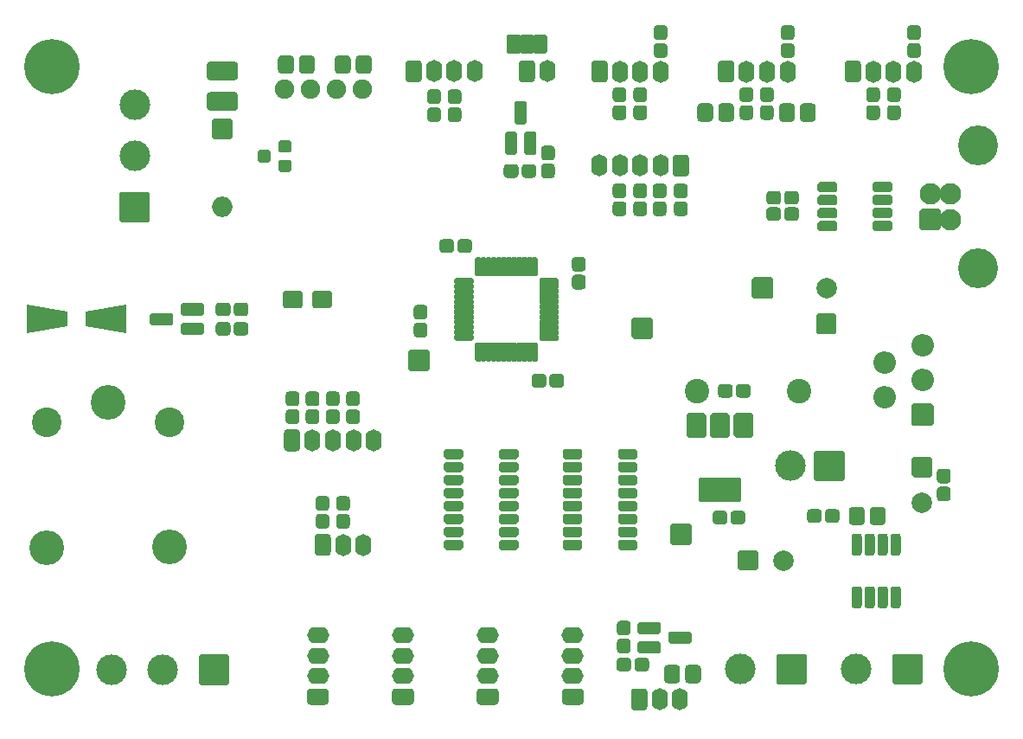
<source format=gbr>
%TF.GenerationSoftware,KiCad,Pcbnew,5.1.10*%
%TF.CreationDate,2021-08-09T17:29:30+03:00*%
%TF.ProjectId,stm32,73746d33-322e-46b6-9963-61645f706362,rev?*%
%TF.SameCoordinates,Original*%
%TF.FileFunction,Soldermask,Top*%
%TF.FilePolarity,Negative*%
%FSLAX46Y46*%
G04 Gerber Fmt 4.6, Leading zero omitted, Abs format (unit mm)*
G04 Created by KiCad (PCBNEW 5.1.10) date 2021-08-09 17:29:30*
%MOMM*%
%LPD*%
G01*
G04 APERTURE LIST*
%ADD10C,2.000000*%
%ADD11C,0.100000*%
%ADD12O,3.000000X3.000000*%
%ADD13C,3.000000*%
%ADD14C,2.900000*%
%ADD15C,3.400000*%
%ADD16O,2.000000X2.000000*%
%ADD17O,1.600000X2.150000*%
%ADD18O,2.150000X1.600000*%
%ADD19O,2.200000X2.200000*%
%ADD20C,5.400000*%
%ADD21C,1.900000*%
%ADD22C,2.100000*%
%ADD23C,3.900000*%
%ADD24C,2.400000*%
G04 APERTURE END LIST*
%TO.C,U5*%
G36*
G01*
X120411200Y-112237800D02*
X120411200Y-111637800D01*
G75*
G02*
X120611200Y-111437800I200000J0D01*
G01*
X122111200Y-111437800D01*
G75*
G02*
X122311200Y-111637800I0J-200000D01*
G01*
X122311200Y-112237800D01*
G75*
G02*
X122111200Y-112437800I-200000J0D01*
G01*
X120611200Y-112437800D01*
G75*
G02*
X120411200Y-112237800I0J200000D01*
G01*
G37*
G36*
G01*
X120411200Y-113507800D02*
X120411200Y-112907800D01*
G75*
G02*
X120611200Y-112707800I200000J0D01*
G01*
X122111200Y-112707800D01*
G75*
G02*
X122311200Y-112907800I0J-200000D01*
G01*
X122311200Y-113507800D01*
G75*
G02*
X122111200Y-113707800I-200000J0D01*
G01*
X120611200Y-113707800D01*
G75*
G02*
X120411200Y-113507800I0J200000D01*
G01*
G37*
G36*
G01*
X120411200Y-114777800D02*
X120411200Y-114177800D01*
G75*
G02*
X120611200Y-113977800I200000J0D01*
G01*
X122111200Y-113977800D01*
G75*
G02*
X122311200Y-114177800I0J-200000D01*
G01*
X122311200Y-114777800D01*
G75*
G02*
X122111200Y-114977800I-200000J0D01*
G01*
X120611200Y-114977800D01*
G75*
G02*
X120411200Y-114777800I0J200000D01*
G01*
G37*
G36*
G01*
X120411200Y-116047800D02*
X120411200Y-115447800D01*
G75*
G02*
X120611200Y-115247800I200000J0D01*
G01*
X122111200Y-115247800D01*
G75*
G02*
X122311200Y-115447800I0J-200000D01*
G01*
X122311200Y-116047800D01*
G75*
G02*
X122111200Y-116247800I-200000J0D01*
G01*
X120611200Y-116247800D01*
G75*
G02*
X120411200Y-116047800I0J200000D01*
G01*
G37*
G36*
G01*
X120411200Y-117317800D02*
X120411200Y-116717800D01*
G75*
G02*
X120611200Y-116517800I200000J0D01*
G01*
X122111200Y-116517800D01*
G75*
G02*
X122311200Y-116717800I0J-200000D01*
G01*
X122311200Y-117317800D01*
G75*
G02*
X122111200Y-117517800I-200000J0D01*
G01*
X120611200Y-117517800D01*
G75*
G02*
X120411200Y-117317800I0J200000D01*
G01*
G37*
G36*
G01*
X120411200Y-118587800D02*
X120411200Y-117987800D01*
G75*
G02*
X120611200Y-117787800I200000J0D01*
G01*
X122111200Y-117787800D01*
G75*
G02*
X122311200Y-117987800I0J-200000D01*
G01*
X122311200Y-118587800D01*
G75*
G02*
X122111200Y-118787800I-200000J0D01*
G01*
X120611200Y-118787800D01*
G75*
G02*
X120411200Y-118587800I0J200000D01*
G01*
G37*
G36*
G01*
X120411200Y-119857800D02*
X120411200Y-119257800D01*
G75*
G02*
X120611200Y-119057800I200000J0D01*
G01*
X122111200Y-119057800D01*
G75*
G02*
X122311200Y-119257800I0J-200000D01*
G01*
X122311200Y-119857800D01*
G75*
G02*
X122111200Y-120057800I-200000J0D01*
G01*
X120611200Y-120057800D01*
G75*
G02*
X120411200Y-119857800I0J200000D01*
G01*
G37*
G36*
G01*
X120411200Y-121127800D02*
X120411200Y-120527800D01*
G75*
G02*
X120611200Y-120327800I200000J0D01*
G01*
X122111200Y-120327800D01*
G75*
G02*
X122311200Y-120527800I0J-200000D01*
G01*
X122311200Y-121127800D01*
G75*
G02*
X122111200Y-121327800I-200000J0D01*
G01*
X120611200Y-121327800D01*
G75*
G02*
X120411200Y-121127800I0J200000D01*
G01*
G37*
G36*
G01*
X115011200Y-121127800D02*
X115011200Y-120527800D01*
G75*
G02*
X115211200Y-120327800I200000J0D01*
G01*
X116711200Y-120327800D01*
G75*
G02*
X116911200Y-120527800I0J-200000D01*
G01*
X116911200Y-121127800D01*
G75*
G02*
X116711200Y-121327800I-200000J0D01*
G01*
X115211200Y-121327800D01*
G75*
G02*
X115011200Y-121127800I0J200000D01*
G01*
G37*
G36*
G01*
X115011200Y-119857800D02*
X115011200Y-119257800D01*
G75*
G02*
X115211200Y-119057800I200000J0D01*
G01*
X116711200Y-119057800D01*
G75*
G02*
X116911200Y-119257800I0J-200000D01*
G01*
X116911200Y-119857800D01*
G75*
G02*
X116711200Y-120057800I-200000J0D01*
G01*
X115211200Y-120057800D01*
G75*
G02*
X115011200Y-119857800I0J200000D01*
G01*
G37*
G36*
G01*
X115011200Y-118587800D02*
X115011200Y-117987800D01*
G75*
G02*
X115211200Y-117787800I200000J0D01*
G01*
X116711200Y-117787800D01*
G75*
G02*
X116911200Y-117987800I0J-200000D01*
G01*
X116911200Y-118587800D01*
G75*
G02*
X116711200Y-118787800I-200000J0D01*
G01*
X115211200Y-118787800D01*
G75*
G02*
X115011200Y-118587800I0J200000D01*
G01*
G37*
G36*
G01*
X115011200Y-117317800D02*
X115011200Y-116717800D01*
G75*
G02*
X115211200Y-116517800I200000J0D01*
G01*
X116711200Y-116517800D01*
G75*
G02*
X116911200Y-116717800I0J-200000D01*
G01*
X116911200Y-117317800D01*
G75*
G02*
X116711200Y-117517800I-200000J0D01*
G01*
X115211200Y-117517800D01*
G75*
G02*
X115011200Y-117317800I0J200000D01*
G01*
G37*
G36*
G01*
X115011200Y-116047800D02*
X115011200Y-115447800D01*
G75*
G02*
X115211200Y-115247800I200000J0D01*
G01*
X116711200Y-115247800D01*
G75*
G02*
X116911200Y-115447800I0J-200000D01*
G01*
X116911200Y-116047800D01*
G75*
G02*
X116711200Y-116247800I-200000J0D01*
G01*
X115211200Y-116247800D01*
G75*
G02*
X115011200Y-116047800I0J200000D01*
G01*
G37*
G36*
G01*
X115011200Y-114777800D02*
X115011200Y-114177800D01*
G75*
G02*
X115211200Y-113977800I200000J0D01*
G01*
X116711200Y-113977800D01*
G75*
G02*
X116911200Y-114177800I0J-200000D01*
G01*
X116911200Y-114777800D01*
G75*
G02*
X116711200Y-114977800I-200000J0D01*
G01*
X115211200Y-114977800D01*
G75*
G02*
X115011200Y-114777800I0J200000D01*
G01*
G37*
G36*
G01*
X115011200Y-113507800D02*
X115011200Y-112907800D01*
G75*
G02*
X115211200Y-112707800I200000J0D01*
G01*
X116711200Y-112707800D01*
G75*
G02*
X116911200Y-112907800I0J-200000D01*
G01*
X116911200Y-113507800D01*
G75*
G02*
X116711200Y-113707800I-200000J0D01*
G01*
X115211200Y-113707800D01*
G75*
G02*
X115011200Y-113507800I0J200000D01*
G01*
G37*
G36*
G01*
X115011200Y-112237800D02*
X115011200Y-111637800D01*
G75*
G02*
X115211200Y-111437800I200000J0D01*
G01*
X116711200Y-111437800D01*
G75*
G02*
X116911200Y-111637800I0J-200000D01*
G01*
X116911200Y-112237800D01*
G75*
G02*
X116711200Y-112437800I-200000J0D01*
G01*
X115211200Y-112437800D01*
G75*
G02*
X115011200Y-112237800I0J200000D01*
G01*
G37*
%TD*%
%TO.C,C1*%
G36*
G01*
X94747000Y-74400845D02*
X94747000Y-73274755D01*
G75*
G02*
X95083955Y-72937800I336955J0D01*
G01*
X95960045Y-72937800D01*
G75*
G02*
X96297000Y-73274755I0J-336955D01*
G01*
X96297000Y-74400845D01*
G75*
G02*
X95960045Y-74737800I-336955J0D01*
G01*
X95083955Y-74737800D01*
G75*
G02*
X94747000Y-74400845I0J336955D01*
G01*
G37*
G36*
G01*
X92697000Y-74400845D02*
X92697000Y-73274755D01*
G75*
G02*
X93033955Y-72937800I336955J0D01*
G01*
X93910045Y-72937800D01*
G75*
G02*
X94247000Y-73274755I0J-336955D01*
G01*
X94247000Y-74400845D01*
G75*
G02*
X93910045Y-74737800I-336955J0D01*
G01*
X93033955Y-74737800D01*
G75*
G02*
X92697000Y-74400845I0J336955D01*
G01*
G37*
%TD*%
%TO.C,C5*%
G36*
G01*
X106135000Y-91254900D02*
X106135000Y-91929900D01*
G75*
G02*
X105797500Y-92267400I-337500J0D01*
G01*
X105022500Y-92267400D01*
G75*
G02*
X104685000Y-91929900I0J337500D01*
G01*
X104685000Y-91254900D01*
G75*
G02*
X105022500Y-90917400I337500J0D01*
G01*
X105797500Y-90917400D01*
G75*
G02*
X106135000Y-91254900I0J-337500D01*
G01*
G37*
G36*
G01*
X104385000Y-91254900D02*
X104385000Y-91929900D01*
G75*
G02*
X104047500Y-92267400I-337500J0D01*
G01*
X103272500Y-92267400D01*
G75*
G02*
X102935000Y-91929900I0J337500D01*
G01*
X102935000Y-91254900D01*
G75*
G02*
X103272500Y-90917400I337500J0D01*
G01*
X104047500Y-90917400D01*
G75*
G02*
X104385000Y-91254900I0J-337500D01*
G01*
G37*
%TD*%
%TO.C,C6*%
G36*
G01*
X116923500Y-94098000D02*
X116248500Y-94098000D01*
G75*
G02*
X115911000Y-93760500I0J337500D01*
G01*
X115911000Y-92985500D01*
G75*
G02*
X116248500Y-92648000I337500J0D01*
G01*
X116923500Y-92648000D01*
G75*
G02*
X117261000Y-92985500I0J-337500D01*
G01*
X117261000Y-93760500D01*
G75*
G02*
X116923500Y-94098000I-337500J0D01*
G01*
G37*
G36*
G01*
X116923500Y-95848000D02*
X116248500Y-95848000D01*
G75*
G02*
X115911000Y-95510500I0J337500D01*
G01*
X115911000Y-94735500D01*
G75*
G02*
X116248500Y-94398000I337500J0D01*
G01*
X116923500Y-94398000D01*
G75*
G02*
X117261000Y-94735500I0J-337500D01*
G01*
X117261000Y-95510500D01*
G75*
G02*
X116923500Y-95848000I-337500J0D01*
G01*
G37*
%TD*%
%TO.C,C7*%
G36*
G01*
X111952000Y-105112500D02*
X111952000Y-104437500D01*
G75*
G02*
X112289500Y-104100000I337500J0D01*
G01*
X113064500Y-104100000D01*
G75*
G02*
X113402000Y-104437500I0J-337500D01*
G01*
X113402000Y-105112500D01*
G75*
G02*
X113064500Y-105450000I-337500J0D01*
G01*
X112289500Y-105450000D01*
G75*
G02*
X111952000Y-105112500I0J337500D01*
G01*
G37*
G36*
G01*
X113702000Y-105112500D02*
X113702000Y-104437500D01*
G75*
G02*
X114039500Y-104100000I337500J0D01*
G01*
X114814500Y-104100000D01*
G75*
G02*
X115152000Y-104437500I0J-337500D01*
G01*
X115152000Y-105112500D01*
G75*
G02*
X114814500Y-105450000I-337500J0D01*
G01*
X114039500Y-105450000D01*
G75*
G02*
X113702000Y-105112500I0J337500D01*
G01*
G37*
%TD*%
%TO.C,C4*%
G36*
G01*
X87134400Y-74400845D02*
X87134400Y-73274755D01*
G75*
G02*
X87471355Y-72937800I336955J0D01*
G01*
X88347445Y-72937800D01*
G75*
G02*
X88684400Y-73274755I0J-336955D01*
G01*
X88684400Y-74400845D01*
G75*
G02*
X88347445Y-74737800I-336955J0D01*
G01*
X87471355Y-74737800D01*
G75*
G02*
X87134400Y-74400845I0J336955D01*
G01*
G37*
G36*
G01*
X89184400Y-74400845D02*
X89184400Y-73274755D01*
G75*
G02*
X89521355Y-72937800I336955J0D01*
G01*
X90397445Y-72937800D01*
G75*
G02*
X90734400Y-73274755I0J-336955D01*
G01*
X90734400Y-74400845D01*
G75*
G02*
X90397445Y-74737800I-336955J0D01*
G01*
X89521355Y-74737800D01*
G75*
G02*
X89184400Y-74400845I0J336955D01*
G01*
G37*
%TD*%
%TO.C,C8*%
G36*
G01*
X100754500Y-99097000D02*
X101429500Y-99097000D01*
G75*
G02*
X101767000Y-99434500I0J-337500D01*
G01*
X101767000Y-100209500D01*
G75*
G02*
X101429500Y-100547000I-337500J0D01*
G01*
X100754500Y-100547000D01*
G75*
G02*
X100417000Y-100209500I0J337500D01*
G01*
X100417000Y-99434500D01*
G75*
G02*
X100754500Y-99097000I337500J0D01*
G01*
G37*
G36*
G01*
X100754500Y-97347000D02*
X101429500Y-97347000D01*
G75*
G02*
X101767000Y-97684500I0J-337500D01*
G01*
X101767000Y-98459500D01*
G75*
G02*
X101429500Y-98797000I-337500J0D01*
G01*
X100754500Y-98797000D01*
G75*
G02*
X100417000Y-98459500I0J337500D01*
G01*
X100417000Y-97684500D01*
G75*
G02*
X100754500Y-97347000I337500J0D01*
G01*
G37*
%TD*%
%TO.C,C9*%
G36*
G01*
X151986300Y-115121800D02*
X152661300Y-115121800D01*
G75*
G02*
X152998800Y-115459300I0J-337500D01*
G01*
X152998800Y-116234300D01*
G75*
G02*
X152661300Y-116571800I-337500J0D01*
G01*
X151986300Y-116571800D01*
G75*
G02*
X151648800Y-116234300I0J337500D01*
G01*
X151648800Y-115459300D01*
G75*
G02*
X151986300Y-115121800I337500J0D01*
G01*
G37*
G36*
G01*
X151986300Y-113371800D02*
X152661300Y-113371800D01*
G75*
G02*
X152998800Y-113709300I0J-337500D01*
G01*
X152998800Y-114484300D01*
G75*
G02*
X152661300Y-114821800I-337500J0D01*
G01*
X151986300Y-114821800D01*
G75*
G02*
X151648800Y-114484300I0J337500D01*
G01*
X151648800Y-113709300D01*
G75*
G02*
X151986300Y-113371800I337500J0D01*
G01*
G37*
%TD*%
D10*
%TO.C,C10*%
X150190200Y-116733200D03*
G36*
G01*
X149390200Y-112233200D02*
X150990200Y-112233200D01*
G75*
G02*
X151190200Y-112433200I0J-200000D01*
G01*
X151190200Y-114033200D01*
G75*
G02*
X150990200Y-114233200I-200000J0D01*
G01*
X149390200Y-114233200D01*
G75*
G02*
X149190200Y-114033200I0J200000D01*
G01*
X149190200Y-112433200D01*
G75*
G02*
X149390200Y-112233200I200000J0D01*
G01*
G37*
%TD*%
%TO.C,C11*%
G36*
G01*
X130214600Y-106103100D02*
X130214600Y-105428100D01*
G75*
G02*
X130552100Y-105090600I337500J0D01*
G01*
X131327100Y-105090600D01*
G75*
G02*
X131664600Y-105428100I0J-337500D01*
G01*
X131664600Y-106103100D01*
G75*
G02*
X131327100Y-106440600I-337500J0D01*
G01*
X130552100Y-106440600D01*
G75*
G02*
X130214600Y-106103100I0J337500D01*
G01*
G37*
G36*
G01*
X131964600Y-106103100D02*
X131964600Y-105428100D01*
G75*
G02*
X132302100Y-105090600I337500J0D01*
G01*
X133077100Y-105090600D01*
G75*
G02*
X133414600Y-105428100I0J-337500D01*
G01*
X133414600Y-106103100D01*
G75*
G02*
X133077100Y-106440600I-337500J0D01*
G01*
X132302100Y-106440600D01*
G75*
G02*
X131964600Y-106103100I0J337500D01*
G01*
G37*
%TD*%
%TO.C,C12*%
G36*
G01*
X87582300Y-97375728D02*
X87582300Y-96273872D01*
G75*
G02*
X87906372Y-95949800I324072J0D01*
G01*
X89233228Y-95949800D01*
G75*
G02*
X89557300Y-96273872I0J-324072D01*
G01*
X89557300Y-97375728D01*
G75*
G02*
X89233228Y-97699800I-324072J0D01*
G01*
X87906372Y-97699800D01*
G75*
G02*
X87582300Y-97375728I0J324072D01*
G01*
G37*
G36*
G01*
X90457300Y-97375728D02*
X90457300Y-96273872D01*
G75*
G02*
X90781372Y-95949800I324072J0D01*
G01*
X92108228Y-95949800D01*
G75*
G02*
X92432300Y-96273872I0J-324072D01*
G01*
X92432300Y-97375728D01*
G75*
G02*
X92108228Y-97699800I-324072J0D01*
G01*
X90781372Y-97699800D01*
G75*
G02*
X90457300Y-97375728I0J324072D01*
G01*
G37*
%TD*%
%TO.C,C14*%
G36*
G01*
X141617600Y-100212400D02*
X140017600Y-100212400D01*
G75*
G02*
X139817600Y-100012400I0J200000D01*
G01*
X139817600Y-98412400D01*
G75*
G02*
X140017600Y-98212400I200000J0D01*
G01*
X141617600Y-98212400D01*
G75*
G02*
X141817600Y-98412400I0J-200000D01*
G01*
X141817600Y-100012400D01*
G75*
G02*
X141617600Y-100212400I-200000J0D01*
G01*
G37*
X140817600Y-95712400D03*
%TD*%
%TO.C,C15*%
G36*
G01*
X129681200Y-118498300D02*
X129681200Y-117823300D01*
G75*
G02*
X130018700Y-117485800I337500J0D01*
G01*
X130793700Y-117485800D01*
G75*
G02*
X131131200Y-117823300I0J-337500D01*
G01*
X131131200Y-118498300D01*
G75*
G02*
X130793700Y-118835800I-337500J0D01*
G01*
X130018700Y-118835800D01*
G75*
G02*
X129681200Y-118498300I0J337500D01*
G01*
G37*
G36*
G01*
X131431200Y-118498300D02*
X131431200Y-117823300D01*
G75*
G02*
X131768700Y-117485800I337500J0D01*
G01*
X132543700Y-117485800D01*
G75*
G02*
X132881200Y-117823300I0J-337500D01*
G01*
X132881200Y-118498300D01*
G75*
G02*
X132543700Y-118835800I-337500J0D01*
G01*
X131768700Y-118835800D01*
G75*
G02*
X131431200Y-118498300I0J337500D01*
G01*
G37*
%TD*%
D11*
%TO.C,D10*%
G36*
X62507200Y-100090492D02*
G01*
X62507200Y-97318308D01*
X66507200Y-97984974D01*
X66507200Y-99423826D01*
X62507200Y-100090492D01*
G37*
G36*
X72307200Y-97318308D02*
G01*
X72307200Y-100090492D01*
X68307200Y-99423826D01*
X68307200Y-97984974D01*
X72307200Y-97318308D01*
G37*
%TD*%
%TO.C,D9*%
G36*
G01*
X147312000Y-89336600D02*
X147312000Y-89936600D01*
G75*
G02*
X147112000Y-90136600I-200000J0D01*
G01*
X145562000Y-90136600D01*
G75*
G02*
X145362000Y-89936600I0J200000D01*
G01*
X145362000Y-89336600D01*
G75*
G02*
X145562000Y-89136600I200000J0D01*
G01*
X147112000Y-89136600D01*
G75*
G02*
X147312000Y-89336600I0J-200000D01*
G01*
G37*
G36*
G01*
X147312000Y-88066600D02*
X147312000Y-88666600D01*
G75*
G02*
X147112000Y-88866600I-200000J0D01*
G01*
X145562000Y-88866600D01*
G75*
G02*
X145362000Y-88666600I0J200000D01*
G01*
X145362000Y-88066600D01*
G75*
G02*
X145562000Y-87866600I200000J0D01*
G01*
X147112000Y-87866600D01*
G75*
G02*
X147312000Y-88066600I0J-200000D01*
G01*
G37*
G36*
G01*
X147312000Y-86796600D02*
X147312000Y-87396600D01*
G75*
G02*
X147112000Y-87596600I-200000J0D01*
G01*
X145562000Y-87596600D01*
G75*
G02*
X145362000Y-87396600I0J200000D01*
G01*
X145362000Y-86796600D01*
G75*
G02*
X145562000Y-86596600I200000J0D01*
G01*
X147112000Y-86596600D01*
G75*
G02*
X147312000Y-86796600I0J-200000D01*
G01*
G37*
G36*
G01*
X147312000Y-85526600D02*
X147312000Y-86126600D01*
G75*
G02*
X147112000Y-86326600I-200000J0D01*
G01*
X145562000Y-86326600D01*
G75*
G02*
X145362000Y-86126600I0J200000D01*
G01*
X145362000Y-85526600D01*
G75*
G02*
X145562000Y-85326600I200000J0D01*
G01*
X147112000Y-85326600D01*
G75*
G02*
X147312000Y-85526600I0J-200000D01*
G01*
G37*
G36*
G01*
X141912000Y-85526600D02*
X141912000Y-86126600D01*
G75*
G02*
X141712000Y-86326600I-200000J0D01*
G01*
X140162000Y-86326600D01*
G75*
G02*
X139962000Y-86126600I0J200000D01*
G01*
X139962000Y-85526600D01*
G75*
G02*
X140162000Y-85326600I200000J0D01*
G01*
X141712000Y-85326600D01*
G75*
G02*
X141912000Y-85526600I0J-200000D01*
G01*
G37*
G36*
G01*
X141912000Y-86796600D02*
X141912000Y-87396600D01*
G75*
G02*
X141712000Y-87596600I-200000J0D01*
G01*
X140162000Y-87596600D01*
G75*
G02*
X139962000Y-87396600I0J200000D01*
G01*
X139962000Y-86796600D01*
G75*
G02*
X140162000Y-86596600I200000J0D01*
G01*
X141712000Y-86596600D01*
G75*
G02*
X141912000Y-86796600I0J-200000D01*
G01*
G37*
G36*
G01*
X141912000Y-88066600D02*
X141912000Y-88666600D01*
G75*
G02*
X141712000Y-88866600I-200000J0D01*
G01*
X140162000Y-88866600D01*
G75*
G02*
X139962000Y-88666600I0J200000D01*
G01*
X139962000Y-88066600D01*
G75*
G02*
X140162000Y-87866600I200000J0D01*
G01*
X141712000Y-87866600D01*
G75*
G02*
X141912000Y-88066600I0J-200000D01*
G01*
G37*
G36*
G01*
X141912000Y-89336600D02*
X141912000Y-89936600D01*
G75*
G02*
X141712000Y-90136600I-200000J0D01*
G01*
X140162000Y-90136600D01*
G75*
G02*
X139962000Y-89936600I0J200000D01*
G01*
X139962000Y-89336600D01*
G75*
G02*
X140162000Y-89136600I200000J0D01*
G01*
X141712000Y-89136600D01*
G75*
G02*
X141912000Y-89336600I0J-200000D01*
G01*
G37*
%TD*%
%TO.C,D11*%
G36*
G01*
X146621800Y-117445355D02*
X146621800Y-118571445D01*
G75*
G02*
X146284845Y-118908400I-336955J0D01*
G01*
X145408755Y-118908400D01*
G75*
G02*
X145071800Y-118571445I0J336955D01*
G01*
X145071800Y-117445355D01*
G75*
G02*
X145408755Y-117108400I336955J0D01*
G01*
X146284845Y-117108400D01*
G75*
G02*
X146621800Y-117445355I0J-336955D01*
G01*
G37*
G36*
G01*
X144571800Y-117445355D02*
X144571800Y-118571445D01*
G75*
G02*
X144234845Y-118908400I-336955J0D01*
G01*
X143358755Y-118908400D01*
G75*
G02*
X143021800Y-118571445I0J336955D01*
G01*
X143021800Y-117445355D01*
G75*
G02*
X143358755Y-117108400I336955J0D01*
G01*
X144234845Y-117108400D01*
G75*
G02*
X144571800Y-117445355I0J-336955D01*
G01*
G37*
%TD*%
%TO.C,D12*%
G36*
G01*
X142597000Y-111806200D02*
X142597000Y-114406200D01*
G75*
G02*
X142397000Y-114606200I-200000J0D01*
G01*
X139797000Y-114606200D01*
G75*
G02*
X139597000Y-114406200I0J200000D01*
G01*
X139597000Y-111806200D01*
G75*
G02*
X139797000Y-111606200I200000J0D01*
G01*
X142397000Y-111606200D01*
G75*
G02*
X142597000Y-111806200I0J-200000D01*
G01*
G37*
D12*
X137287000Y-113106200D03*
%TD*%
%TO.C,J12*%
G36*
G01*
X150267800Y-131694400D02*
X150267800Y-134294400D01*
G75*
G02*
X150067800Y-134494400I-200000J0D01*
G01*
X147467800Y-134494400D01*
G75*
G02*
X147267800Y-134294400I0J200000D01*
G01*
X147267800Y-131694400D01*
G75*
G02*
X147467800Y-131494400I200000J0D01*
G01*
X150067800Y-131494400D01*
G75*
G02*
X150267800Y-131694400I0J-200000D01*
G01*
G37*
D13*
X143767800Y-132994400D03*
%TD*%
%TO.C,J10*%
G36*
G01*
X82361900Y-131757700D02*
X82361900Y-134357700D01*
G75*
G02*
X82161900Y-134557700I-200000J0D01*
G01*
X79561900Y-134557700D01*
G75*
G02*
X79361900Y-134357700I0J200000D01*
G01*
X79361900Y-131757700D01*
G75*
G02*
X79561900Y-131557700I200000J0D01*
G01*
X82161900Y-131557700D01*
G75*
G02*
X82361900Y-131757700I0J-200000D01*
G01*
G37*
X75861900Y-133057700D03*
X70861900Y-133057700D03*
%TD*%
%TO.C,J7*%
X73101200Y-77782400D03*
X73101200Y-82782400D03*
G36*
G01*
X74401200Y-89282400D02*
X71801200Y-89282400D01*
G75*
G02*
X71601200Y-89082400I0J200000D01*
G01*
X71601200Y-86482400D01*
G75*
G02*
X71801200Y-86282400I200000J0D01*
G01*
X74401200Y-86282400D01*
G75*
G02*
X74601200Y-86482400I0J-200000D01*
G01*
X74601200Y-89082400D01*
G75*
G02*
X74401200Y-89282400I-200000J0D01*
G01*
G37*
%TD*%
D14*
%TO.C,K1*%
X76509600Y-108858600D03*
D15*
X76509600Y-121058600D03*
X64459600Y-121108600D03*
D14*
X64509600Y-108858600D03*
D15*
X70459600Y-106908600D03*
%TD*%
%TO.C,Q5*%
G36*
G01*
X147349400Y-119733600D02*
X147849400Y-119733600D01*
G75*
G02*
X148099400Y-119983600I0J-250000D01*
G01*
X148099400Y-121633600D01*
G75*
G02*
X147849400Y-121883600I-250000J0D01*
G01*
X147349400Y-121883600D01*
G75*
G02*
X147099400Y-121633600I0J250000D01*
G01*
X147099400Y-119983600D01*
G75*
G02*
X147349400Y-119733600I250000J0D01*
G01*
G37*
G36*
G01*
X146079400Y-119733600D02*
X146579400Y-119733600D01*
G75*
G02*
X146829400Y-119983600I0J-250000D01*
G01*
X146829400Y-121633600D01*
G75*
G02*
X146579400Y-121883600I-250000J0D01*
G01*
X146079400Y-121883600D01*
G75*
G02*
X145829400Y-121633600I0J250000D01*
G01*
X145829400Y-119983600D01*
G75*
G02*
X146079400Y-119733600I250000J0D01*
G01*
G37*
G36*
G01*
X144809400Y-119733600D02*
X145309400Y-119733600D01*
G75*
G02*
X145559400Y-119983600I0J-250000D01*
G01*
X145559400Y-121633600D01*
G75*
G02*
X145309400Y-121883600I-250000J0D01*
G01*
X144809400Y-121883600D01*
G75*
G02*
X144559400Y-121633600I0J250000D01*
G01*
X144559400Y-119983600D01*
G75*
G02*
X144809400Y-119733600I250000J0D01*
G01*
G37*
G36*
G01*
X143539400Y-119733600D02*
X144039400Y-119733600D01*
G75*
G02*
X144289400Y-119983600I0J-250000D01*
G01*
X144289400Y-121633600D01*
G75*
G02*
X144039400Y-121883600I-250000J0D01*
G01*
X143539400Y-121883600D01*
G75*
G02*
X143289400Y-121633600I0J250000D01*
G01*
X143289400Y-119983600D01*
G75*
G02*
X143539400Y-119733600I250000J0D01*
G01*
G37*
G36*
G01*
X143539400Y-124883600D02*
X144039400Y-124883600D01*
G75*
G02*
X144289400Y-125133600I0J-250000D01*
G01*
X144289400Y-126783600D01*
G75*
G02*
X144039400Y-127033600I-250000J0D01*
G01*
X143539400Y-127033600D01*
G75*
G02*
X143289400Y-126783600I0J250000D01*
G01*
X143289400Y-125133600D01*
G75*
G02*
X143539400Y-124883600I250000J0D01*
G01*
G37*
G36*
G01*
X144809400Y-124883600D02*
X145309400Y-124883600D01*
G75*
G02*
X145559400Y-125133600I0J-250000D01*
G01*
X145559400Y-126783600D01*
G75*
G02*
X145309400Y-127033600I-250000J0D01*
G01*
X144809400Y-127033600D01*
G75*
G02*
X144559400Y-126783600I0J250000D01*
G01*
X144559400Y-125133600D01*
G75*
G02*
X144809400Y-124883600I250000J0D01*
G01*
G37*
G36*
G01*
X146079400Y-124883600D02*
X146579400Y-124883600D01*
G75*
G02*
X146829400Y-125133600I0J-250000D01*
G01*
X146829400Y-126783600D01*
G75*
G02*
X146579400Y-127033600I-250000J0D01*
G01*
X146079400Y-127033600D01*
G75*
G02*
X145829400Y-126783600I0J250000D01*
G01*
X145829400Y-125133600D01*
G75*
G02*
X146079400Y-124883600I250000J0D01*
G01*
G37*
G36*
G01*
X147349400Y-124883600D02*
X147849400Y-124883600D01*
G75*
G02*
X148099400Y-125133600I0J-250000D01*
G01*
X148099400Y-126783600D01*
G75*
G02*
X147849400Y-127033600I-250000J0D01*
G01*
X147349400Y-127033600D01*
G75*
G02*
X147099400Y-126783600I0J250000D01*
G01*
X147099400Y-125133600D01*
G75*
G02*
X147349400Y-124883600I250000J0D01*
G01*
G37*
%TD*%
%TO.C,R2*%
G36*
G01*
X93834900Y-119251500D02*
X93159900Y-119251500D01*
G75*
G02*
X92822400Y-118914000I0J337500D01*
G01*
X92822400Y-118139000D01*
G75*
G02*
X93159900Y-117801500I337500J0D01*
G01*
X93834900Y-117801500D01*
G75*
G02*
X94172400Y-118139000I0J-337500D01*
G01*
X94172400Y-118914000D01*
G75*
G02*
X93834900Y-119251500I-337500J0D01*
G01*
G37*
G36*
G01*
X93834900Y-117501500D02*
X93159900Y-117501500D01*
G75*
G02*
X92822400Y-117164000I0J337500D01*
G01*
X92822400Y-116389000D01*
G75*
G02*
X93159900Y-116051500I337500J0D01*
G01*
X93834900Y-116051500D01*
G75*
G02*
X94172400Y-116389000I0J-337500D01*
G01*
X94172400Y-117164000D01*
G75*
G02*
X93834900Y-117501500I-337500J0D01*
G01*
G37*
%TD*%
%TO.C,R14*%
G36*
G01*
X102075300Y-78012400D02*
X102750300Y-78012400D01*
G75*
G02*
X103087800Y-78349900I0J-337500D01*
G01*
X103087800Y-79124900D01*
G75*
G02*
X102750300Y-79462400I-337500J0D01*
G01*
X102075300Y-79462400D01*
G75*
G02*
X101737800Y-79124900I0J337500D01*
G01*
X101737800Y-78349900D01*
G75*
G02*
X102075300Y-78012400I337500J0D01*
G01*
G37*
G36*
G01*
X102075300Y-76262400D02*
X102750300Y-76262400D01*
G75*
G02*
X103087800Y-76599900I0J-337500D01*
G01*
X103087800Y-77374900D01*
G75*
G02*
X102750300Y-77712400I-337500J0D01*
G01*
X102075300Y-77712400D01*
G75*
G02*
X101737800Y-77374900I0J337500D01*
G01*
X101737800Y-76599900D01*
G75*
G02*
X102075300Y-76262400I337500J0D01*
G01*
G37*
%TD*%
%TO.C,R15*%
G36*
G01*
X104081900Y-76262400D02*
X104756900Y-76262400D01*
G75*
G02*
X105094400Y-76599900I0J-337500D01*
G01*
X105094400Y-77374900D01*
G75*
G02*
X104756900Y-77712400I-337500J0D01*
G01*
X104081900Y-77712400D01*
G75*
G02*
X103744400Y-77374900I0J337500D01*
G01*
X103744400Y-76599900D01*
G75*
G02*
X104081900Y-76262400I337500J0D01*
G01*
G37*
G36*
G01*
X104081900Y-78012400D02*
X104756900Y-78012400D01*
G75*
G02*
X105094400Y-78349900I0J-337500D01*
G01*
X105094400Y-79124900D01*
G75*
G02*
X104756900Y-79462400I-337500J0D01*
G01*
X104081900Y-79462400D01*
G75*
G02*
X103744400Y-79124900I0J337500D01*
G01*
X103744400Y-78349900D01*
G75*
G02*
X104081900Y-78012400I337500J0D01*
G01*
G37*
%TD*%
%TO.C,R20*%
G36*
G01*
X82787600Y-98127500D02*
X82787600Y-97452500D01*
G75*
G02*
X83125100Y-97115000I337500J0D01*
G01*
X83900100Y-97115000D01*
G75*
G02*
X84237600Y-97452500I0J-337500D01*
G01*
X84237600Y-98127500D01*
G75*
G02*
X83900100Y-98465000I-337500J0D01*
G01*
X83125100Y-98465000D01*
G75*
G02*
X82787600Y-98127500I0J337500D01*
G01*
G37*
G36*
G01*
X81037600Y-98127500D02*
X81037600Y-97452500D01*
G75*
G02*
X81375100Y-97115000I337500J0D01*
G01*
X82150100Y-97115000D01*
G75*
G02*
X82487600Y-97452500I0J-337500D01*
G01*
X82487600Y-98127500D01*
G75*
G02*
X82150100Y-98465000I-337500J0D01*
G01*
X81375100Y-98465000D01*
G75*
G02*
X81037600Y-98127500I0J337500D01*
G01*
G37*
%TD*%
%TO.C,R21*%
G36*
G01*
X81037600Y-100032500D02*
X81037600Y-99357500D01*
G75*
G02*
X81375100Y-99020000I337500J0D01*
G01*
X82150100Y-99020000D01*
G75*
G02*
X82487600Y-99357500I0J-337500D01*
G01*
X82487600Y-100032500D01*
G75*
G02*
X82150100Y-100370000I-337500J0D01*
G01*
X81375100Y-100370000D01*
G75*
G02*
X81037600Y-100032500I0J337500D01*
G01*
G37*
G36*
G01*
X82787600Y-100032500D02*
X82787600Y-99357500D01*
G75*
G02*
X83125100Y-99020000I337500J0D01*
G01*
X83900100Y-99020000D01*
G75*
G02*
X84237600Y-99357500I0J-337500D01*
G01*
X84237600Y-100032500D01*
G75*
G02*
X83900100Y-100370000I-337500J0D01*
G01*
X83125100Y-100370000D01*
G75*
G02*
X82787600Y-100032500I0J337500D01*
G01*
G37*
%TD*%
%TO.C,R30*%
G36*
G01*
X138139000Y-88130700D02*
X138139000Y-88805700D01*
G75*
G02*
X137801500Y-89143200I-337500J0D01*
G01*
X137026500Y-89143200D01*
G75*
G02*
X136689000Y-88805700I0J337500D01*
G01*
X136689000Y-88130700D01*
G75*
G02*
X137026500Y-87793200I337500J0D01*
G01*
X137801500Y-87793200D01*
G75*
G02*
X138139000Y-88130700I0J-337500D01*
G01*
G37*
G36*
G01*
X136389000Y-88130700D02*
X136389000Y-88805700D01*
G75*
G02*
X136051500Y-89143200I-337500J0D01*
G01*
X135276500Y-89143200D01*
G75*
G02*
X134939000Y-88805700I0J337500D01*
G01*
X134939000Y-88130700D01*
G75*
G02*
X135276500Y-87793200I337500J0D01*
G01*
X136051500Y-87793200D01*
G75*
G02*
X136389000Y-88130700I0J-337500D01*
G01*
G37*
%TD*%
%TO.C,R31*%
G36*
G01*
X138139000Y-86530500D02*
X138139000Y-87205500D01*
G75*
G02*
X137801500Y-87543000I-337500J0D01*
G01*
X137026500Y-87543000D01*
G75*
G02*
X136689000Y-87205500I0J337500D01*
G01*
X136689000Y-86530500D01*
G75*
G02*
X137026500Y-86193000I337500J0D01*
G01*
X137801500Y-86193000D01*
G75*
G02*
X138139000Y-86530500I0J-337500D01*
G01*
G37*
G36*
G01*
X136389000Y-86530500D02*
X136389000Y-87205500D01*
G75*
G02*
X136051500Y-87543000I-337500J0D01*
G01*
X135276500Y-87543000D01*
G75*
G02*
X134939000Y-87205500I0J337500D01*
G01*
X134939000Y-86530500D01*
G75*
G02*
X135276500Y-86193000I337500J0D01*
G01*
X136051500Y-86193000D01*
G75*
G02*
X136389000Y-86530500I0J-337500D01*
G01*
G37*
%TD*%
%TO.C,R19*%
G36*
G01*
X82891225Y-78357100D02*
X80481575Y-78357100D01*
G75*
G02*
X80161400Y-78036925I0J320175D01*
G01*
X80161400Y-76852275D01*
G75*
G02*
X80481575Y-76532100I320175J0D01*
G01*
X82891225Y-76532100D01*
G75*
G02*
X83211400Y-76852275I0J-320175D01*
G01*
X83211400Y-78036925D01*
G75*
G02*
X82891225Y-78357100I-320175J0D01*
G01*
G37*
G36*
G01*
X82891225Y-75382100D02*
X80481575Y-75382100D01*
G75*
G02*
X80161400Y-75061925I0J320175D01*
G01*
X80161400Y-73877275D01*
G75*
G02*
X80481575Y-73557100I320175J0D01*
G01*
X82891225Y-73557100D01*
G75*
G02*
X83211400Y-73877275I0J-320175D01*
G01*
X83211400Y-75061925D01*
G75*
G02*
X82891225Y-75382100I-320175J0D01*
G01*
G37*
%TD*%
%TO.C,R1*%
G36*
G01*
X91828300Y-117501500D02*
X91153300Y-117501500D01*
G75*
G02*
X90815800Y-117164000I0J337500D01*
G01*
X90815800Y-116389000D01*
G75*
G02*
X91153300Y-116051500I337500J0D01*
G01*
X91828300Y-116051500D01*
G75*
G02*
X92165800Y-116389000I0J-337500D01*
G01*
X92165800Y-117164000D01*
G75*
G02*
X91828300Y-117501500I-337500J0D01*
G01*
G37*
G36*
G01*
X91828300Y-119251500D02*
X91153300Y-119251500D01*
G75*
G02*
X90815800Y-118914000I0J337500D01*
G01*
X90815800Y-118139000D01*
G75*
G02*
X91153300Y-117801500I337500J0D01*
G01*
X91828300Y-117801500D01*
G75*
G02*
X92165800Y-118139000I0J-337500D01*
G01*
X92165800Y-118914000D01*
G75*
G02*
X91828300Y-119251500I-337500J0D01*
G01*
G37*
%TD*%
%TO.C,R34*%
G36*
G01*
X140374200Y-117670900D02*
X140374200Y-118345900D01*
G75*
G02*
X140036700Y-118683400I-337500J0D01*
G01*
X139261700Y-118683400D01*
G75*
G02*
X138924200Y-118345900I0J337500D01*
G01*
X138924200Y-117670900D01*
G75*
G02*
X139261700Y-117333400I337500J0D01*
G01*
X140036700Y-117333400D01*
G75*
G02*
X140374200Y-117670900I0J-337500D01*
G01*
G37*
G36*
G01*
X142124200Y-117670900D02*
X142124200Y-118345900D01*
G75*
G02*
X141786700Y-118683400I-337500J0D01*
G01*
X141011700Y-118683400D01*
G75*
G02*
X140674200Y-118345900I0J337500D01*
G01*
X140674200Y-117670900D01*
G75*
G02*
X141011700Y-117333400I337500J0D01*
G01*
X141786700Y-117333400D01*
G75*
G02*
X142124200Y-117670900I0J-337500D01*
G01*
G37*
%TD*%
%TO.C,R16*%
G36*
G01*
X120655400Y-129993500D02*
X121330400Y-129993500D01*
G75*
G02*
X121667900Y-130331000I0J-337500D01*
G01*
X121667900Y-131106000D01*
G75*
G02*
X121330400Y-131443500I-337500J0D01*
G01*
X120655400Y-131443500D01*
G75*
G02*
X120317900Y-131106000I0J337500D01*
G01*
X120317900Y-130331000D01*
G75*
G02*
X120655400Y-129993500I337500J0D01*
G01*
G37*
G36*
G01*
X120655400Y-128243500D02*
X121330400Y-128243500D01*
G75*
G02*
X121667900Y-128581000I0J-337500D01*
G01*
X121667900Y-129356000D01*
G75*
G02*
X121330400Y-129693500I-337500J0D01*
G01*
X120655400Y-129693500D01*
G75*
G02*
X120317900Y-129356000I0J337500D01*
G01*
X120317900Y-128581000D01*
G75*
G02*
X120655400Y-128243500I337500J0D01*
G01*
G37*
%TD*%
%TO.C,R18*%
G36*
G01*
X122020500Y-132887400D02*
X122020500Y-132212400D01*
G75*
G02*
X122358000Y-131874900I337500J0D01*
G01*
X123133000Y-131874900D01*
G75*
G02*
X123470500Y-132212400I0J-337500D01*
G01*
X123470500Y-132887400D01*
G75*
G02*
X123133000Y-133224900I-337500J0D01*
G01*
X122358000Y-133224900D01*
G75*
G02*
X122020500Y-132887400I0J337500D01*
G01*
G37*
G36*
G01*
X120270500Y-132887400D02*
X120270500Y-132212400D01*
G75*
G02*
X120608000Y-131874900I337500J0D01*
G01*
X121383000Y-131874900D01*
G75*
G02*
X121720500Y-132212400I0J-337500D01*
G01*
X121720500Y-132887400D01*
G75*
G02*
X121383000Y-133224900I-337500J0D01*
G01*
X120608000Y-133224900D01*
G75*
G02*
X120270500Y-132887400I0J337500D01*
G01*
G37*
%TD*%
%TO.C,SW1*%
G36*
G01*
X80886400Y-79137000D02*
X82486400Y-79137000D01*
G75*
G02*
X82686400Y-79337000I0J-200000D01*
G01*
X82686400Y-80937000D01*
G75*
G02*
X82486400Y-81137000I-200000J0D01*
G01*
X80886400Y-81137000D01*
G75*
G02*
X80686400Y-80937000I0J200000D01*
G01*
X80686400Y-79337000D01*
G75*
G02*
X80886400Y-79137000I200000J0D01*
G01*
G37*
D16*
X81686400Y-87757000D03*
%TD*%
%TO.C,TP1*%
G36*
G01*
X121759000Y-100494200D02*
X121759000Y-98794200D01*
G75*
G02*
X121959000Y-98594200I200000J0D01*
G01*
X123659000Y-98594200D01*
G75*
G02*
X123859000Y-98794200I0J-200000D01*
G01*
X123859000Y-100494200D01*
G75*
G02*
X123659000Y-100694200I-200000J0D01*
G01*
X121959000Y-100694200D01*
G75*
G02*
X121759000Y-100494200I0J200000D01*
G01*
G37*
%TD*%
%TO.C,TP2*%
G36*
G01*
X125518200Y-120661800D02*
X125518200Y-118961800D01*
G75*
G02*
X125718200Y-118761800I200000J0D01*
G01*
X127418200Y-118761800D01*
G75*
G02*
X127618200Y-118961800I0J-200000D01*
G01*
X127618200Y-120661800D01*
G75*
G02*
X127418200Y-120861800I-200000J0D01*
G01*
X125718200Y-120861800D01*
G75*
G02*
X125518200Y-120661800I0J200000D01*
G01*
G37*
%TD*%
%TO.C,U4*%
G36*
G01*
X103378000Y-112237800D02*
X103378000Y-111637800D01*
G75*
G02*
X103578000Y-111437800I200000J0D01*
G01*
X105078000Y-111437800D01*
G75*
G02*
X105278000Y-111637800I0J-200000D01*
G01*
X105278000Y-112237800D01*
G75*
G02*
X105078000Y-112437800I-200000J0D01*
G01*
X103578000Y-112437800D01*
G75*
G02*
X103378000Y-112237800I0J200000D01*
G01*
G37*
G36*
G01*
X103378000Y-113507800D02*
X103378000Y-112907800D01*
G75*
G02*
X103578000Y-112707800I200000J0D01*
G01*
X105078000Y-112707800D01*
G75*
G02*
X105278000Y-112907800I0J-200000D01*
G01*
X105278000Y-113507800D01*
G75*
G02*
X105078000Y-113707800I-200000J0D01*
G01*
X103578000Y-113707800D01*
G75*
G02*
X103378000Y-113507800I0J200000D01*
G01*
G37*
G36*
G01*
X103378000Y-114777800D02*
X103378000Y-114177800D01*
G75*
G02*
X103578000Y-113977800I200000J0D01*
G01*
X105078000Y-113977800D01*
G75*
G02*
X105278000Y-114177800I0J-200000D01*
G01*
X105278000Y-114777800D01*
G75*
G02*
X105078000Y-114977800I-200000J0D01*
G01*
X103578000Y-114977800D01*
G75*
G02*
X103378000Y-114777800I0J200000D01*
G01*
G37*
G36*
G01*
X103378000Y-116047800D02*
X103378000Y-115447800D01*
G75*
G02*
X103578000Y-115247800I200000J0D01*
G01*
X105078000Y-115247800D01*
G75*
G02*
X105278000Y-115447800I0J-200000D01*
G01*
X105278000Y-116047800D01*
G75*
G02*
X105078000Y-116247800I-200000J0D01*
G01*
X103578000Y-116247800D01*
G75*
G02*
X103378000Y-116047800I0J200000D01*
G01*
G37*
G36*
G01*
X103378000Y-117317800D02*
X103378000Y-116717800D01*
G75*
G02*
X103578000Y-116517800I200000J0D01*
G01*
X105078000Y-116517800D01*
G75*
G02*
X105278000Y-116717800I0J-200000D01*
G01*
X105278000Y-117317800D01*
G75*
G02*
X105078000Y-117517800I-200000J0D01*
G01*
X103578000Y-117517800D01*
G75*
G02*
X103378000Y-117317800I0J200000D01*
G01*
G37*
G36*
G01*
X103378000Y-118587800D02*
X103378000Y-117987800D01*
G75*
G02*
X103578000Y-117787800I200000J0D01*
G01*
X105078000Y-117787800D01*
G75*
G02*
X105278000Y-117987800I0J-200000D01*
G01*
X105278000Y-118587800D01*
G75*
G02*
X105078000Y-118787800I-200000J0D01*
G01*
X103578000Y-118787800D01*
G75*
G02*
X103378000Y-118587800I0J200000D01*
G01*
G37*
G36*
G01*
X103378000Y-119857800D02*
X103378000Y-119257800D01*
G75*
G02*
X103578000Y-119057800I200000J0D01*
G01*
X105078000Y-119057800D01*
G75*
G02*
X105278000Y-119257800I0J-200000D01*
G01*
X105278000Y-119857800D01*
G75*
G02*
X105078000Y-120057800I-200000J0D01*
G01*
X103578000Y-120057800D01*
G75*
G02*
X103378000Y-119857800I0J200000D01*
G01*
G37*
G36*
G01*
X103378000Y-121127800D02*
X103378000Y-120527800D01*
G75*
G02*
X103578000Y-120327800I200000J0D01*
G01*
X105078000Y-120327800D01*
G75*
G02*
X105278000Y-120527800I0J-200000D01*
G01*
X105278000Y-121127800D01*
G75*
G02*
X105078000Y-121327800I-200000J0D01*
G01*
X103578000Y-121327800D01*
G75*
G02*
X103378000Y-121127800I0J200000D01*
G01*
G37*
G36*
G01*
X108778000Y-121127800D02*
X108778000Y-120527800D01*
G75*
G02*
X108978000Y-120327800I200000J0D01*
G01*
X110478000Y-120327800D01*
G75*
G02*
X110678000Y-120527800I0J-200000D01*
G01*
X110678000Y-121127800D01*
G75*
G02*
X110478000Y-121327800I-200000J0D01*
G01*
X108978000Y-121327800D01*
G75*
G02*
X108778000Y-121127800I0J200000D01*
G01*
G37*
G36*
G01*
X108778000Y-119857800D02*
X108778000Y-119257800D01*
G75*
G02*
X108978000Y-119057800I200000J0D01*
G01*
X110478000Y-119057800D01*
G75*
G02*
X110678000Y-119257800I0J-200000D01*
G01*
X110678000Y-119857800D01*
G75*
G02*
X110478000Y-120057800I-200000J0D01*
G01*
X108978000Y-120057800D01*
G75*
G02*
X108778000Y-119857800I0J200000D01*
G01*
G37*
G36*
G01*
X108778000Y-118587800D02*
X108778000Y-117987800D01*
G75*
G02*
X108978000Y-117787800I200000J0D01*
G01*
X110478000Y-117787800D01*
G75*
G02*
X110678000Y-117987800I0J-200000D01*
G01*
X110678000Y-118587800D01*
G75*
G02*
X110478000Y-118787800I-200000J0D01*
G01*
X108978000Y-118787800D01*
G75*
G02*
X108778000Y-118587800I0J200000D01*
G01*
G37*
G36*
G01*
X108778000Y-117317800D02*
X108778000Y-116717800D01*
G75*
G02*
X108978000Y-116517800I200000J0D01*
G01*
X110478000Y-116517800D01*
G75*
G02*
X110678000Y-116717800I0J-200000D01*
G01*
X110678000Y-117317800D01*
G75*
G02*
X110478000Y-117517800I-200000J0D01*
G01*
X108978000Y-117517800D01*
G75*
G02*
X108778000Y-117317800I0J200000D01*
G01*
G37*
G36*
G01*
X108778000Y-116047800D02*
X108778000Y-115447800D01*
G75*
G02*
X108978000Y-115247800I200000J0D01*
G01*
X110478000Y-115247800D01*
G75*
G02*
X110678000Y-115447800I0J-200000D01*
G01*
X110678000Y-116047800D01*
G75*
G02*
X110478000Y-116247800I-200000J0D01*
G01*
X108978000Y-116247800D01*
G75*
G02*
X108778000Y-116047800I0J200000D01*
G01*
G37*
G36*
G01*
X108778000Y-114777800D02*
X108778000Y-114177800D01*
G75*
G02*
X108978000Y-113977800I200000J0D01*
G01*
X110478000Y-113977800D01*
G75*
G02*
X110678000Y-114177800I0J-200000D01*
G01*
X110678000Y-114777800D01*
G75*
G02*
X110478000Y-114977800I-200000J0D01*
G01*
X108978000Y-114977800D01*
G75*
G02*
X108778000Y-114777800I0J200000D01*
G01*
G37*
G36*
G01*
X108778000Y-113507800D02*
X108778000Y-112907800D01*
G75*
G02*
X108978000Y-112707800I200000J0D01*
G01*
X110478000Y-112707800D01*
G75*
G02*
X110678000Y-112907800I0J-200000D01*
G01*
X110678000Y-113507800D01*
G75*
G02*
X110478000Y-113707800I-200000J0D01*
G01*
X108978000Y-113707800D01*
G75*
G02*
X108778000Y-113507800I0J200000D01*
G01*
G37*
G36*
G01*
X108778000Y-112237800D02*
X108778000Y-111637800D01*
G75*
G02*
X108978000Y-111437800I200000J0D01*
G01*
X110478000Y-111437800D01*
G75*
G02*
X110678000Y-111637800I0J-200000D01*
G01*
X110678000Y-112237800D01*
G75*
G02*
X110478000Y-112437800I-200000J0D01*
G01*
X108978000Y-112437800D01*
G75*
G02*
X108778000Y-112237800I0J200000D01*
G01*
G37*
%TD*%
%TO.C,U2*%
G36*
G01*
X104402500Y-95219000D02*
X104402500Y-94869000D01*
G75*
G02*
X104577500Y-94694000I175000J0D01*
G01*
X106102500Y-94694000D01*
G75*
G02*
X106277500Y-94869000I0J-175000D01*
G01*
X106277500Y-95219000D01*
G75*
G02*
X106102500Y-95394000I-175000J0D01*
G01*
X104577500Y-95394000D01*
G75*
G02*
X104402500Y-95219000I0J175000D01*
G01*
G37*
G36*
G01*
X104402500Y-95719000D02*
X104402500Y-95369000D01*
G75*
G02*
X104577500Y-95194000I175000J0D01*
G01*
X106102500Y-95194000D01*
G75*
G02*
X106277500Y-95369000I0J-175000D01*
G01*
X106277500Y-95719000D01*
G75*
G02*
X106102500Y-95894000I-175000J0D01*
G01*
X104577500Y-95894000D01*
G75*
G02*
X104402500Y-95719000I0J175000D01*
G01*
G37*
G36*
G01*
X104402500Y-96219000D02*
X104402500Y-95869000D01*
G75*
G02*
X104577500Y-95694000I175000J0D01*
G01*
X106102500Y-95694000D01*
G75*
G02*
X106277500Y-95869000I0J-175000D01*
G01*
X106277500Y-96219000D01*
G75*
G02*
X106102500Y-96394000I-175000J0D01*
G01*
X104577500Y-96394000D01*
G75*
G02*
X104402500Y-96219000I0J175000D01*
G01*
G37*
G36*
G01*
X104402500Y-96719000D02*
X104402500Y-96369000D01*
G75*
G02*
X104577500Y-96194000I175000J0D01*
G01*
X106102500Y-96194000D01*
G75*
G02*
X106277500Y-96369000I0J-175000D01*
G01*
X106277500Y-96719000D01*
G75*
G02*
X106102500Y-96894000I-175000J0D01*
G01*
X104577500Y-96894000D01*
G75*
G02*
X104402500Y-96719000I0J175000D01*
G01*
G37*
G36*
G01*
X104402500Y-97219000D02*
X104402500Y-96869000D01*
G75*
G02*
X104577500Y-96694000I175000J0D01*
G01*
X106102500Y-96694000D01*
G75*
G02*
X106277500Y-96869000I0J-175000D01*
G01*
X106277500Y-97219000D01*
G75*
G02*
X106102500Y-97394000I-175000J0D01*
G01*
X104577500Y-97394000D01*
G75*
G02*
X104402500Y-97219000I0J175000D01*
G01*
G37*
G36*
G01*
X104402500Y-97719000D02*
X104402500Y-97369000D01*
G75*
G02*
X104577500Y-97194000I175000J0D01*
G01*
X106102500Y-97194000D01*
G75*
G02*
X106277500Y-97369000I0J-175000D01*
G01*
X106277500Y-97719000D01*
G75*
G02*
X106102500Y-97894000I-175000J0D01*
G01*
X104577500Y-97894000D01*
G75*
G02*
X104402500Y-97719000I0J175000D01*
G01*
G37*
G36*
G01*
X104402500Y-98219000D02*
X104402500Y-97869000D01*
G75*
G02*
X104577500Y-97694000I175000J0D01*
G01*
X106102500Y-97694000D01*
G75*
G02*
X106277500Y-97869000I0J-175000D01*
G01*
X106277500Y-98219000D01*
G75*
G02*
X106102500Y-98394000I-175000J0D01*
G01*
X104577500Y-98394000D01*
G75*
G02*
X104402500Y-98219000I0J175000D01*
G01*
G37*
G36*
G01*
X104402500Y-98719000D02*
X104402500Y-98369000D01*
G75*
G02*
X104577500Y-98194000I175000J0D01*
G01*
X106102500Y-98194000D01*
G75*
G02*
X106277500Y-98369000I0J-175000D01*
G01*
X106277500Y-98719000D01*
G75*
G02*
X106102500Y-98894000I-175000J0D01*
G01*
X104577500Y-98894000D01*
G75*
G02*
X104402500Y-98719000I0J175000D01*
G01*
G37*
G36*
G01*
X104402500Y-99219000D02*
X104402500Y-98869000D01*
G75*
G02*
X104577500Y-98694000I175000J0D01*
G01*
X106102500Y-98694000D01*
G75*
G02*
X106277500Y-98869000I0J-175000D01*
G01*
X106277500Y-99219000D01*
G75*
G02*
X106102500Y-99394000I-175000J0D01*
G01*
X104577500Y-99394000D01*
G75*
G02*
X104402500Y-99219000I0J175000D01*
G01*
G37*
G36*
G01*
X104402500Y-99719000D02*
X104402500Y-99369000D01*
G75*
G02*
X104577500Y-99194000I175000J0D01*
G01*
X106102500Y-99194000D01*
G75*
G02*
X106277500Y-99369000I0J-175000D01*
G01*
X106277500Y-99719000D01*
G75*
G02*
X106102500Y-99894000I-175000J0D01*
G01*
X104577500Y-99894000D01*
G75*
G02*
X104402500Y-99719000I0J175000D01*
G01*
G37*
G36*
G01*
X104402500Y-100219000D02*
X104402500Y-99869000D01*
G75*
G02*
X104577500Y-99694000I175000J0D01*
G01*
X106102500Y-99694000D01*
G75*
G02*
X106277500Y-99869000I0J-175000D01*
G01*
X106277500Y-100219000D01*
G75*
G02*
X106102500Y-100394000I-175000J0D01*
G01*
X104577500Y-100394000D01*
G75*
G02*
X104402500Y-100219000I0J175000D01*
G01*
G37*
G36*
G01*
X104402500Y-100719000D02*
X104402500Y-100369000D01*
G75*
G02*
X104577500Y-100194000I175000J0D01*
G01*
X106102500Y-100194000D01*
G75*
G02*
X106277500Y-100369000I0J-175000D01*
G01*
X106277500Y-100719000D01*
G75*
G02*
X106102500Y-100894000I-175000J0D01*
G01*
X104577500Y-100894000D01*
G75*
G02*
X104402500Y-100719000I0J175000D01*
G01*
G37*
G36*
G01*
X106402500Y-102719000D02*
X106402500Y-101194000D01*
G75*
G02*
X106577500Y-101019000I175000J0D01*
G01*
X106927500Y-101019000D01*
G75*
G02*
X107102500Y-101194000I0J-175000D01*
G01*
X107102500Y-102719000D01*
G75*
G02*
X106927500Y-102894000I-175000J0D01*
G01*
X106577500Y-102894000D01*
G75*
G02*
X106402500Y-102719000I0J175000D01*
G01*
G37*
G36*
G01*
X106902500Y-102719000D02*
X106902500Y-101194000D01*
G75*
G02*
X107077500Y-101019000I175000J0D01*
G01*
X107427500Y-101019000D01*
G75*
G02*
X107602500Y-101194000I0J-175000D01*
G01*
X107602500Y-102719000D01*
G75*
G02*
X107427500Y-102894000I-175000J0D01*
G01*
X107077500Y-102894000D01*
G75*
G02*
X106902500Y-102719000I0J175000D01*
G01*
G37*
G36*
G01*
X107402500Y-102719000D02*
X107402500Y-101194000D01*
G75*
G02*
X107577500Y-101019000I175000J0D01*
G01*
X107927500Y-101019000D01*
G75*
G02*
X108102500Y-101194000I0J-175000D01*
G01*
X108102500Y-102719000D01*
G75*
G02*
X107927500Y-102894000I-175000J0D01*
G01*
X107577500Y-102894000D01*
G75*
G02*
X107402500Y-102719000I0J175000D01*
G01*
G37*
G36*
G01*
X107902500Y-102719000D02*
X107902500Y-101194000D01*
G75*
G02*
X108077500Y-101019000I175000J0D01*
G01*
X108427500Y-101019000D01*
G75*
G02*
X108602500Y-101194000I0J-175000D01*
G01*
X108602500Y-102719000D01*
G75*
G02*
X108427500Y-102894000I-175000J0D01*
G01*
X108077500Y-102894000D01*
G75*
G02*
X107902500Y-102719000I0J175000D01*
G01*
G37*
G36*
G01*
X108402500Y-102719000D02*
X108402500Y-101194000D01*
G75*
G02*
X108577500Y-101019000I175000J0D01*
G01*
X108927500Y-101019000D01*
G75*
G02*
X109102500Y-101194000I0J-175000D01*
G01*
X109102500Y-102719000D01*
G75*
G02*
X108927500Y-102894000I-175000J0D01*
G01*
X108577500Y-102894000D01*
G75*
G02*
X108402500Y-102719000I0J175000D01*
G01*
G37*
G36*
G01*
X108902500Y-102719000D02*
X108902500Y-101194000D01*
G75*
G02*
X109077500Y-101019000I175000J0D01*
G01*
X109427500Y-101019000D01*
G75*
G02*
X109602500Y-101194000I0J-175000D01*
G01*
X109602500Y-102719000D01*
G75*
G02*
X109427500Y-102894000I-175000J0D01*
G01*
X109077500Y-102894000D01*
G75*
G02*
X108902500Y-102719000I0J175000D01*
G01*
G37*
G36*
G01*
X109402500Y-102719000D02*
X109402500Y-101194000D01*
G75*
G02*
X109577500Y-101019000I175000J0D01*
G01*
X109927500Y-101019000D01*
G75*
G02*
X110102500Y-101194000I0J-175000D01*
G01*
X110102500Y-102719000D01*
G75*
G02*
X109927500Y-102894000I-175000J0D01*
G01*
X109577500Y-102894000D01*
G75*
G02*
X109402500Y-102719000I0J175000D01*
G01*
G37*
G36*
G01*
X109902500Y-102719000D02*
X109902500Y-101194000D01*
G75*
G02*
X110077500Y-101019000I175000J0D01*
G01*
X110427500Y-101019000D01*
G75*
G02*
X110602500Y-101194000I0J-175000D01*
G01*
X110602500Y-102719000D01*
G75*
G02*
X110427500Y-102894000I-175000J0D01*
G01*
X110077500Y-102894000D01*
G75*
G02*
X109902500Y-102719000I0J175000D01*
G01*
G37*
G36*
G01*
X110402500Y-102719000D02*
X110402500Y-101194000D01*
G75*
G02*
X110577500Y-101019000I175000J0D01*
G01*
X110927500Y-101019000D01*
G75*
G02*
X111102500Y-101194000I0J-175000D01*
G01*
X111102500Y-102719000D01*
G75*
G02*
X110927500Y-102894000I-175000J0D01*
G01*
X110577500Y-102894000D01*
G75*
G02*
X110402500Y-102719000I0J175000D01*
G01*
G37*
G36*
G01*
X110902500Y-102719000D02*
X110902500Y-101194000D01*
G75*
G02*
X111077500Y-101019000I175000J0D01*
G01*
X111427500Y-101019000D01*
G75*
G02*
X111602500Y-101194000I0J-175000D01*
G01*
X111602500Y-102719000D01*
G75*
G02*
X111427500Y-102894000I-175000J0D01*
G01*
X111077500Y-102894000D01*
G75*
G02*
X110902500Y-102719000I0J175000D01*
G01*
G37*
G36*
G01*
X111402500Y-102719000D02*
X111402500Y-101194000D01*
G75*
G02*
X111577500Y-101019000I175000J0D01*
G01*
X111927500Y-101019000D01*
G75*
G02*
X112102500Y-101194000I0J-175000D01*
G01*
X112102500Y-102719000D01*
G75*
G02*
X111927500Y-102894000I-175000J0D01*
G01*
X111577500Y-102894000D01*
G75*
G02*
X111402500Y-102719000I0J175000D01*
G01*
G37*
G36*
G01*
X111902500Y-102719000D02*
X111902500Y-101194000D01*
G75*
G02*
X112077500Y-101019000I175000J0D01*
G01*
X112427500Y-101019000D01*
G75*
G02*
X112602500Y-101194000I0J-175000D01*
G01*
X112602500Y-102719000D01*
G75*
G02*
X112427500Y-102894000I-175000J0D01*
G01*
X112077500Y-102894000D01*
G75*
G02*
X111902500Y-102719000I0J175000D01*
G01*
G37*
G36*
G01*
X112727500Y-100719000D02*
X112727500Y-100369000D01*
G75*
G02*
X112902500Y-100194000I175000J0D01*
G01*
X114427500Y-100194000D01*
G75*
G02*
X114602500Y-100369000I0J-175000D01*
G01*
X114602500Y-100719000D01*
G75*
G02*
X114427500Y-100894000I-175000J0D01*
G01*
X112902500Y-100894000D01*
G75*
G02*
X112727500Y-100719000I0J175000D01*
G01*
G37*
G36*
G01*
X112727500Y-100219000D02*
X112727500Y-99869000D01*
G75*
G02*
X112902500Y-99694000I175000J0D01*
G01*
X114427500Y-99694000D01*
G75*
G02*
X114602500Y-99869000I0J-175000D01*
G01*
X114602500Y-100219000D01*
G75*
G02*
X114427500Y-100394000I-175000J0D01*
G01*
X112902500Y-100394000D01*
G75*
G02*
X112727500Y-100219000I0J175000D01*
G01*
G37*
G36*
G01*
X112727500Y-99719000D02*
X112727500Y-99369000D01*
G75*
G02*
X112902500Y-99194000I175000J0D01*
G01*
X114427500Y-99194000D01*
G75*
G02*
X114602500Y-99369000I0J-175000D01*
G01*
X114602500Y-99719000D01*
G75*
G02*
X114427500Y-99894000I-175000J0D01*
G01*
X112902500Y-99894000D01*
G75*
G02*
X112727500Y-99719000I0J175000D01*
G01*
G37*
G36*
G01*
X112727500Y-99219000D02*
X112727500Y-98869000D01*
G75*
G02*
X112902500Y-98694000I175000J0D01*
G01*
X114427500Y-98694000D01*
G75*
G02*
X114602500Y-98869000I0J-175000D01*
G01*
X114602500Y-99219000D01*
G75*
G02*
X114427500Y-99394000I-175000J0D01*
G01*
X112902500Y-99394000D01*
G75*
G02*
X112727500Y-99219000I0J175000D01*
G01*
G37*
G36*
G01*
X112727500Y-98719000D02*
X112727500Y-98369000D01*
G75*
G02*
X112902500Y-98194000I175000J0D01*
G01*
X114427500Y-98194000D01*
G75*
G02*
X114602500Y-98369000I0J-175000D01*
G01*
X114602500Y-98719000D01*
G75*
G02*
X114427500Y-98894000I-175000J0D01*
G01*
X112902500Y-98894000D01*
G75*
G02*
X112727500Y-98719000I0J175000D01*
G01*
G37*
G36*
G01*
X112727500Y-98219000D02*
X112727500Y-97869000D01*
G75*
G02*
X112902500Y-97694000I175000J0D01*
G01*
X114427500Y-97694000D01*
G75*
G02*
X114602500Y-97869000I0J-175000D01*
G01*
X114602500Y-98219000D01*
G75*
G02*
X114427500Y-98394000I-175000J0D01*
G01*
X112902500Y-98394000D01*
G75*
G02*
X112727500Y-98219000I0J175000D01*
G01*
G37*
G36*
G01*
X112727500Y-97719000D02*
X112727500Y-97369000D01*
G75*
G02*
X112902500Y-97194000I175000J0D01*
G01*
X114427500Y-97194000D01*
G75*
G02*
X114602500Y-97369000I0J-175000D01*
G01*
X114602500Y-97719000D01*
G75*
G02*
X114427500Y-97894000I-175000J0D01*
G01*
X112902500Y-97894000D01*
G75*
G02*
X112727500Y-97719000I0J175000D01*
G01*
G37*
G36*
G01*
X112727500Y-97219000D02*
X112727500Y-96869000D01*
G75*
G02*
X112902500Y-96694000I175000J0D01*
G01*
X114427500Y-96694000D01*
G75*
G02*
X114602500Y-96869000I0J-175000D01*
G01*
X114602500Y-97219000D01*
G75*
G02*
X114427500Y-97394000I-175000J0D01*
G01*
X112902500Y-97394000D01*
G75*
G02*
X112727500Y-97219000I0J175000D01*
G01*
G37*
G36*
G01*
X112727500Y-96719000D02*
X112727500Y-96369000D01*
G75*
G02*
X112902500Y-96194000I175000J0D01*
G01*
X114427500Y-96194000D01*
G75*
G02*
X114602500Y-96369000I0J-175000D01*
G01*
X114602500Y-96719000D01*
G75*
G02*
X114427500Y-96894000I-175000J0D01*
G01*
X112902500Y-96894000D01*
G75*
G02*
X112727500Y-96719000I0J175000D01*
G01*
G37*
G36*
G01*
X112727500Y-96219000D02*
X112727500Y-95869000D01*
G75*
G02*
X112902500Y-95694000I175000J0D01*
G01*
X114427500Y-95694000D01*
G75*
G02*
X114602500Y-95869000I0J-175000D01*
G01*
X114602500Y-96219000D01*
G75*
G02*
X114427500Y-96394000I-175000J0D01*
G01*
X112902500Y-96394000D01*
G75*
G02*
X112727500Y-96219000I0J175000D01*
G01*
G37*
G36*
G01*
X112727500Y-95719000D02*
X112727500Y-95369000D01*
G75*
G02*
X112902500Y-95194000I175000J0D01*
G01*
X114427500Y-95194000D01*
G75*
G02*
X114602500Y-95369000I0J-175000D01*
G01*
X114602500Y-95719000D01*
G75*
G02*
X114427500Y-95894000I-175000J0D01*
G01*
X112902500Y-95894000D01*
G75*
G02*
X112727500Y-95719000I0J175000D01*
G01*
G37*
G36*
G01*
X112727500Y-95219000D02*
X112727500Y-94869000D01*
G75*
G02*
X112902500Y-94694000I175000J0D01*
G01*
X114427500Y-94694000D01*
G75*
G02*
X114602500Y-94869000I0J-175000D01*
G01*
X114602500Y-95219000D01*
G75*
G02*
X114427500Y-95394000I-175000J0D01*
G01*
X112902500Y-95394000D01*
G75*
G02*
X112727500Y-95219000I0J175000D01*
G01*
G37*
G36*
G01*
X111902500Y-94394000D02*
X111902500Y-92869000D01*
G75*
G02*
X112077500Y-92694000I175000J0D01*
G01*
X112427500Y-92694000D01*
G75*
G02*
X112602500Y-92869000I0J-175000D01*
G01*
X112602500Y-94394000D01*
G75*
G02*
X112427500Y-94569000I-175000J0D01*
G01*
X112077500Y-94569000D01*
G75*
G02*
X111902500Y-94394000I0J175000D01*
G01*
G37*
G36*
G01*
X111402500Y-94394000D02*
X111402500Y-92869000D01*
G75*
G02*
X111577500Y-92694000I175000J0D01*
G01*
X111927500Y-92694000D01*
G75*
G02*
X112102500Y-92869000I0J-175000D01*
G01*
X112102500Y-94394000D01*
G75*
G02*
X111927500Y-94569000I-175000J0D01*
G01*
X111577500Y-94569000D01*
G75*
G02*
X111402500Y-94394000I0J175000D01*
G01*
G37*
G36*
G01*
X110902500Y-94394000D02*
X110902500Y-92869000D01*
G75*
G02*
X111077500Y-92694000I175000J0D01*
G01*
X111427500Y-92694000D01*
G75*
G02*
X111602500Y-92869000I0J-175000D01*
G01*
X111602500Y-94394000D01*
G75*
G02*
X111427500Y-94569000I-175000J0D01*
G01*
X111077500Y-94569000D01*
G75*
G02*
X110902500Y-94394000I0J175000D01*
G01*
G37*
G36*
G01*
X110402500Y-94394000D02*
X110402500Y-92869000D01*
G75*
G02*
X110577500Y-92694000I175000J0D01*
G01*
X110927500Y-92694000D01*
G75*
G02*
X111102500Y-92869000I0J-175000D01*
G01*
X111102500Y-94394000D01*
G75*
G02*
X110927500Y-94569000I-175000J0D01*
G01*
X110577500Y-94569000D01*
G75*
G02*
X110402500Y-94394000I0J175000D01*
G01*
G37*
G36*
G01*
X109902500Y-94394000D02*
X109902500Y-92869000D01*
G75*
G02*
X110077500Y-92694000I175000J0D01*
G01*
X110427500Y-92694000D01*
G75*
G02*
X110602500Y-92869000I0J-175000D01*
G01*
X110602500Y-94394000D01*
G75*
G02*
X110427500Y-94569000I-175000J0D01*
G01*
X110077500Y-94569000D01*
G75*
G02*
X109902500Y-94394000I0J175000D01*
G01*
G37*
G36*
G01*
X109402500Y-94394000D02*
X109402500Y-92869000D01*
G75*
G02*
X109577500Y-92694000I175000J0D01*
G01*
X109927500Y-92694000D01*
G75*
G02*
X110102500Y-92869000I0J-175000D01*
G01*
X110102500Y-94394000D01*
G75*
G02*
X109927500Y-94569000I-175000J0D01*
G01*
X109577500Y-94569000D01*
G75*
G02*
X109402500Y-94394000I0J175000D01*
G01*
G37*
G36*
G01*
X108902500Y-94394000D02*
X108902500Y-92869000D01*
G75*
G02*
X109077500Y-92694000I175000J0D01*
G01*
X109427500Y-92694000D01*
G75*
G02*
X109602500Y-92869000I0J-175000D01*
G01*
X109602500Y-94394000D01*
G75*
G02*
X109427500Y-94569000I-175000J0D01*
G01*
X109077500Y-94569000D01*
G75*
G02*
X108902500Y-94394000I0J175000D01*
G01*
G37*
G36*
G01*
X108402500Y-94394000D02*
X108402500Y-92869000D01*
G75*
G02*
X108577500Y-92694000I175000J0D01*
G01*
X108927500Y-92694000D01*
G75*
G02*
X109102500Y-92869000I0J-175000D01*
G01*
X109102500Y-94394000D01*
G75*
G02*
X108927500Y-94569000I-175000J0D01*
G01*
X108577500Y-94569000D01*
G75*
G02*
X108402500Y-94394000I0J175000D01*
G01*
G37*
G36*
G01*
X107902500Y-94394000D02*
X107902500Y-92869000D01*
G75*
G02*
X108077500Y-92694000I175000J0D01*
G01*
X108427500Y-92694000D01*
G75*
G02*
X108602500Y-92869000I0J-175000D01*
G01*
X108602500Y-94394000D01*
G75*
G02*
X108427500Y-94569000I-175000J0D01*
G01*
X108077500Y-94569000D01*
G75*
G02*
X107902500Y-94394000I0J175000D01*
G01*
G37*
G36*
G01*
X107402500Y-94394000D02*
X107402500Y-92869000D01*
G75*
G02*
X107577500Y-92694000I175000J0D01*
G01*
X107927500Y-92694000D01*
G75*
G02*
X108102500Y-92869000I0J-175000D01*
G01*
X108102500Y-94394000D01*
G75*
G02*
X107927500Y-94569000I-175000J0D01*
G01*
X107577500Y-94569000D01*
G75*
G02*
X107402500Y-94394000I0J175000D01*
G01*
G37*
G36*
G01*
X106902500Y-94394000D02*
X106902500Y-92869000D01*
G75*
G02*
X107077500Y-92694000I175000J0D01*
G01*
X107427500Y-92694000D01*
G75*
G02*
X107602500Y-92869000I0J-175000D01*
G01*
X107602500Y-94394000D01*
G75*
G02*
X107427500Y-94569000I-175000J0D01*
G01*
X107077500Y-94569000D01*
G75*
G02*
X106902500Y-94394000I0J175000D01*
G01*
G37*
G36*
G01*
X106402500Y-94394000D02*
X106402500Y-92869000D01*
G75*
G02*
X106577500Y-92694000I175000J0D01*
G01*
X106927500Y-92694000D01*
G75*
G02*
X107102500Y-92869000I0J-175000D01*
G01*
X107102500Y-94394000D01*
G75*
G02*
X106927500Y-94569000I-175000J0D01*
G01*
X106577500Y-94569000D01*
G75*
G02*
X106402500Y-94394000I0J175000D01*
G01*
G37*
%TD*%
%TO.C,D2*%
G36*
G01*
X130230800Y-79099845D02*
X130230800Y-77973755D01*
G75*
G02*
X130567755Y-77636800I336955J0D01*
G01*
X131443845Y-77636800D01*
G75*
G02*
X131780800Y-77973755I0J-336955D01*
G01*
X131780800Y-79099845D01*
G75*
G02*
X131443845Y-79436800I-336955J0D01*
G01*
X130567755Y-79436800D01*
G75*
G02*
X130230800Y-79099845I0J336955D01*
G01*
G37*
G36*
G01*
X128180800Y-79099845D02*
X128180800Y-77973755D01*
G75*
G02*
X128517755Y-77636800I336955J0D01*
G01*
X129393845Y-77636800D01*
G75*
G02*
X129730800Y-77973755I0J-336955D01*
G01*
X129730800Y-79099845D01*
G75*
G02*
X129393845Y-79436800I-336955J0D01*
G01*
X128517755Y-79436800D01*
G75*
G02*
X128180800Y-79099845I0J336955D01*
G01*
G37*
%TD*%
%TO.C,D5*%
G36*
G01*
X139781800Y-77973755D02*
X139781800Y-79099845D01*
G75*
G02*
X139444845Y-79436800I-336955J0D01*
G01*
X138568755Y-79436800D01*
G75*
G02*
X138231800Y-79099845I0J336955D01*
G01*
X138231800Y-77973755D01*
G75*
G02*
X138568755Y-77636800I336955J0D01*
G01*
X139444845Y-77636800D01*
G75*
G02*
X139781800Y-77973755I0J-336955D01*
G01*
G37*
G36*
G01*
X137731800Y-77973755D02*
X137731800Y-79099845D01*
G75*
G02*
X137394845Y-79436800I-336955J0D01*
G01*
X136518755Y-79436800D01*
G75*
G02*
X136181800Y-79099845I0J336955D01*
G01*
X136181800Y-77973755D01*
G75*
G02*
X136518755Y-77636800I336955J0D01*
G01*
X137394845Y-77636800D01*
G75*
G02*
X137731800Y-77973755I0J-336955D01*
G01*
G37*
%TD*%
D17*
%TO.C,J1*%
X95503500Y-120827800D03*
X93503500Y-120827800D03*
G36*
G01*
X90703500Y-121569468D02*
X90703500Y-120086132D01*
G75*
G02*
X91036832Y-119752800I333332J0D01*
G01*
X91970168Y-119752800D01*
G75*
G02*
X92303500Y-120086132I0J-333332D01*
G01*
X92303500Y-121569468D01*
G75*
G02*
X91970168Y-121902800I-333332J0D01*
G01*
X91036832Y-121902800D01*
G75*
G02*
X90703500Y-121569468I0J333332D01*
G01*
G37*
%TD*%
%TO.C,J2*%
X149408400Y-74510900D03*
X147408400Y-74510900D03*
X145408400Y-74510900D03*
G36*
G01*
X142608400Y-75252568D02*
X142608400Y-73769232D01*
G75*
G02*
X142941732Y-73435900I333332J0D01*
G01*
X143875068Y-73435900D01*
G75*
G02*
X144208400Y-73769232I0J-333332D01*
G01*
X144208400Y-75252568D01*
G75*
G02*
X143875068Y-75585900I-333332J0D01*
G01*
X142941732Y-75585900D01*
G75*
G02*
X142608400Y-75252568I0J333332D01*
G01*
G37*
%TD*%
%TO.C,J3*%
G36*
G01*
X130206850Y-75252568D02*
X130206850Y-73769232D01*
G75*
G02*
X130540182Y-73435900I333332J0D01*
G01*
X131473518Y-73435900D01*
G75*
G02*
X131806850Y-73769232I0J-333332D01*
G01*
X131806850Y-75252568D01*
G75*
G02*
X131473518Y-75585900I-333332J0D01*
G01*
X130540182Y-75585900D01*
G75*
G02*
X130206850Y-75252568I0J333332D01*
G01*
G37*
X133006850Y-74510900D03*
X135006850Y-74510900D03*
X137006850Y-74510900D03*
%TD*%
%TO.C,J4*%
G36*
G01*
X117805300Y-75252568D02*
X117805300Y-73769232D01*
G75*
G02*
X118138632Y-73435900I333332J0D01*
G01*
X119071968Y-73435900D01*
G75*
G02*
X119405300Y-73769232I0J-333332D01*
G01*
X119405300Y-75252568D01*
G75*
G02*
X119071968Y-75585900I-333332J0D01*
G01*
X118138632Y-75585900D01*
G75*
G02*
X117805300Y-75252568I0J333332D01*
G01*
G37*
X120605300Y-74510900D03*
X122605300Y-74510900D03*
X124605300Y-74510900D03*
%TD*%
%TO.C,J5*%
G36*
G01*
X99606200Y-75239868D02*
X99606200Y-73756532D01*
G75*
G02*
X99939532Y-73423200I333332J0D01*
G01*
X100872868Y-73423200D01*
G75*
G02*
X101206200Y-73756532I0J-333332D01*
G01*
X101206200Y-75239868D01*
G75*
G02*
X100872868Y-75573200I-333332J0D01*
G01*
X99939532Y-75573200D01*
G75*
G02*
X99606200Y-75239868I0J333332D01*
G01*
G37*
X102406200Y-74498200D03*
X104406200Y-74498200D03*
X106406200Y-74498200D03*
%TD*%
%TO.C,J6*%
G36*
G01*
X121691500Y-136695168D02*
X121691500Y-135211832D01*
G75*
G02*
X122024832Y-134878500I333332J0D01*
G01*
X122958168Y-134878500D01*
G75*
G02*
X123291500Y-135211832I0J-333332D01*
G01*
X123291500Y-136695168D01*
G75*
G02*
X122958168Y-137028500I-333332J0D01*
G01*
X122024832Y-137028500D01*
G75*
G02*
X121691500Y-136695168I0J333332D01*
G01*
G37*
X124491500Y-135953500D03*
X126491500Y-135953500D03*
%TD*%
%TO.C,J8*%
G36*
G01*
X127380900Y-82989432D02*
X127380900Y-84472768D01*
G75*
G02*
X127047568Y-84806100I-333332J0D01*
G01*
X126114232Y-84806100D01*
G75*
G02*
X125780900Y-84472768I0J333332D01*
G01*
X125780900Y-82989432D01*
G75*
G02*
X126114232Y-82656100I333332J0D01*
G01*
X127047568Y-82656100D01*
G75*
G02*
X127380900Y-82989432I0J-333332D01*
G01*
G37*
X124580900Y-83731100D03*
X122580900Y-83731100D03*
X120580900Y-83731100D03*
X118580900Y-83731100D03*
%TD*%
%TO.C,J9*%
X96507700Y-110607100D03*
X94507700Y-110607100D03*
X92507700Y-110607100D03*
X90507700Y-110607100D03*
G36*
G01*
X87707700Y-111348768D02*
X87707700Y-109865432D01*
G75*
G02*
X88041032Y-109532100I333332J0D01*
G01*
X88974368Y-109532100D01*
G75*
G02*
X89307700Y-109865432I0J-333332D01*
G01*
X89307700Y-111348768D01*
G75*
G02*
X88974368Y-111682100I-333332J0D01*
G01*
X88041032Y-111682100D01*
G75*
G02*
X87707700Y-111348768I0J333332D01*
G01*
G37*
%TD*%
%TO.C,J13*%
G36*
G01*
X138914000Y-131694400D02*
X138914000Y-134294400D01*
G75*
G02*
X138714000Y-134494400I-200000J0D01*
G01*
X136114000Y-134494400D01*
G75*
G02*
X135914000Y-134294400I0J200000D01*
G01*
X135914000Y-131694400D01*
G75*
G02*
X136114000Y-131494400I200000J0D01*
G01*
X138714000Y-131494400D01*
G75*
G02*
X138914000Y-131694400I0J-200000D01*
G01*
G37*
D13*
X132414000Y-132994400D03*
%TD*%
%TO.C,J14*%
G36*
G01*
X91775268Y-136486800D02*
X90291932Y-136486800D01*
G75*
G02*
X89958600Y-136153468I0J333332D01*
G01*
X89958600Y-135220132D01*
G75*
G02*
X90291932Y-134886800I333332J0D01*
G01*
X91775268Y-134886800D01*
G75*
G02*
X92108600Y-135220132I0J-333332D01*
G01*
X92108600Y-136153468D01*
G75*
G02*
X91775268Y-136486800I-333332J0D01*
G01*
G37*
D18*
X91033600Y-133686800D03*
X91033600Y-131686800D03*
X91033600Y-129686800D03*
%TD*%
%TO.C,J15*%
X99356333Y-129686800D03*
X99356333Y-131686800D03*
X99356333Y-133686800D03*
G36*
G01*
X100098001Y-136486800D02*
X98614665Y-136486800D01*
G75*
G02*
X98281333Y-136153468I0J333332D01*
G01*
X98281333Y-135220132D01*
G75*
G02*
X98614665Y-134886800I333332J0D01*
G01*
X100098001Y-134886800D01*
G75*
G02*
X100431333Y-135220132I0J-333332D01*
G01*
X100431333Y-136153468D01*
G75*
G02*
X100098001Y-136486800I-333332J0D01*
G01*
G37*
%TD*%
%TO.C,J16*%
X107679066Y-129686800D03*
X107679066Y-131686800D03*
X107679066Y-133686800D03*
G36*
G01*
X108420734Y-136486800D02*
X106937398Y-136486800D01*
G75*
G02*
X106604066Y-136153468I0J333332D01*
G01*
X106604066Y-135220132D01*
G75*
G02*
X106937398Y-134886800I333332J0D01*
G01*
X108420734Y-134886800D01*
G75*
G02*
X108754066Y-135220132I0J-333332D01*
G01*
X108754066Y-136153468D01*
G75*
G02*
X108420734Y-136486800I-333332J0D01*
G01*
G37*
%TD*%
%TO.C,J17*%
X116001800Y-129686800D03*
X116001800Y-131686800D03*
X116001800Y-133686800D03*
G36*
G01*
X116743468Y-136486800D02*
X115260132Y-136486800D01*
G75*
G02*
X114926800Y-136153468I0J333332D01*
G01*
X114926800Y-135220132D01*
G75*
G02*
X115260132Y-134886800I333332J0D01*
G01*
X116743468Y-134886800D01*
G75*
G02*
X117076800Y-135220132I0J-333332D01*
G01*
X117076800Y-136153468D01*
G75*
G02*
X116743468Y-136486800I-333332J0D01*
G01*
G37*
%TD*%
%TO.C,R4*%
G36*
G01*
X149065300Y-69991200D02*
X149740300Y-69991200D01*
G75*
G02*
X150077800Y-70328700I0J-337500D01*
G01*
X150077800Y-71103700D01*
G75*
G02*
X149740300Y-71441200I-337500J0D01*
G01*
X149065300Y-71441200D01*
G75*
G02*
X148727800Y-71103700I0J337500D01*
G01*
X148727800Y-70328700D01*
G75*
G02*
X149065300Y-69991200I337500J0D01*
G01*
G37*
G36*
G01*
X149065300Y-71741200D02*
X149740300Y-71741200D01*
G75*
G02*
X150077800Y-72078700I0J-337500D01*
G01*
X150077800Y-72853700D01*
G75*
G02*
X149740300Y-73191200I-337500J0D01*
G01*
X149065300Y-73191200D01*
G75*
G02*
X148727800Y-72853700I0J337500D01*
G01*
X148727800Y-72078700D01*
G75*
G02*
X149065300Y-71741200I337500J0D01*
G01*
G37*
%TD*%
%TO.C,R5*%
G36*
G01*
X147771800Y-77509200D02*
X147096800Y-77509200D01*
G75*
G02*
X146759300Y-77171700I0J337500D01*
G01*
X146759300Y-76396700D01*
G75*
G02*
X147096800Y-76059200I337500J0D01*
G01*
X147771800Y-76059200D01*
G75*
G02*
X148109300Y-76396700I0J-337500D01*
G01*
X148109300Y-77171700D01*
G75*
G02*
X147771800Y-77509200I-337500J0D01*
G01*
G37*
G36*
G01*
X147771800Y-79259200D02*
X147096800Y-79259200D01*
G75*
G02*
X146759300Y-78921700I0J337500D01*
G01*
X146759300Y-78146700D01*
G75*
G02*
X147096800Y-77809200I337500J0D01*
G01*
X147771800Y-77809200D01*
G75*
G02*
X148109300Y-78146700I0J-337500D01*
G01*
X148109300Y-78921700D01*
G75*
G02*
X147771800Y-79259200I-337500J0D01*
G01*
G37*
%TD*%
%TO.C,R6*%
G36*
G01*
X145727100Y-79259200D02*
X145052100Y-79259200D01*
G75*
G02*
X144714600Y-78921700I0J337500D01*
G01*
X144714600Y-78146700D01*
G75*
G02*
X145052100Y-77809200I337500J0D01*
G01*
X145727100Y-77809200D01*
G75*
G02*
X146064600Y-78146700I0J-337500D01*
G01*
X146064600Y-78921700D01*
G75*
G02*
X145727100Y-79259200I-337500J0D01*
G01*
G37*
G36*
G01*
X145727100Y-77509200D02*
X145052100Y-77509200D01*
G75*
G02*
X144714600Y-77171700I0J337500D01*
G01*
X144714600Y-76396700D01*
G75*
G02*
X145052100Y-76059200I337500J0D01*
G01*
X145727100Y-76059200D01*
G75*
G02*
X146064600Y-76396700I0J-337500D01*
G01*
X146064600Y-77171700D01*
G75*
G02*
X145727100Y-77509200I-337500J0D01*
G01*
G37*
%TD*%
%TO.C,R7*%
G36*
G01*
X136695500Y-69991200D02*
X137370500Y-69991200D01*
G75*
G02*
X137708000Y-70328700I0J-337500D01*
G01*
X137708000Y-71103700D01*
G75*
G02*
X137370500Y-71441200I-337500J0D01*
G01*
X136695500Y-71441200D01*
G75*
G02*
X136358000Y-71103700I0J337500D01*
G01*
X136358000Y-70328700D01*
G75*
G02*
X136695500Y-69991200I337500J0D01*
G01*
G37*
G36*
G01*
X136695500Y-71741200D02*
X137370500Y-71741200D01*
G75*
G02*
X137708000Y-72078700I0J-337500D01*
G01*
X137708000Y-72853700D01*
G75*
G02*
X137370500Y-73191200I-337500J0D01*
G01*
X136695500Y-73191200D01*
G75*
G02*
X136358000Y-72853700I0J337500D01*
G01*
X136358000Y-72078700D01*
G75*
G02*
X136695500Y-71741200I337500J0D01*
G01*
G37*
%TD*%
%TO.C,R8*%
G36*
G01*
X135338500Y-77509200D02*
X134663500Y-77509200D01*
G75*
G02*
X134326000Y-77171700I0J337500D01*
G01*
X134326000Y-76396700D01*
G75*
G02*
X134663500Y-76059200I337500J0D01*
G01*
X135338500Y-76059200D01*
G75*
G02*
X135676000Y-76396700I0J-337500D01*
G01*
X135676000Y-77171700D01*
G75*
G02*
X135338500Y-77509200I-337500J0D01*
G01*
G37*
G36*
G01*
X135338500Y-79259200D02*
X134663500Y-79259200D01*
G75*
G02*
X134326000Y-78921700I0J337500D01*
G01*
X134326000Y-78146700D01*
G75*
G02*
X134663500Y-77809200I337500J0D01*
G01*
X135338500Y-77809200D01*
G75*
G02*
X135676000Y-78146700I0J-337500D01*
G01*
X135676000Y-78921700D01*
G75*
G02*
X135338500Y-79259200I-337500J0D01*
G01*
G37*
%TD*%
%TO.C,R9*%
G36*
G01*
X133331900Y-79259200D02*
X132656900Y-79259200D01*
G75*
G02*
X132319400Y-78921700I0J337500D01*
G01*
X132319400Y-78146700D01*
G75*
G02*
X132656900Y-77809200I337500J0D01*
G01*
X133331900Y-77809200D01*
G75*
G02*
X133669400Y-78146700I0J-337500D01*
G01*
X133669400Y-78921700D01*
G75*
G02*
X133331900Y-79259200I-337500J0D01*
G01*
G37*
G36*
G01*
X133331900Y-77509200D02*
X132656900Y-77509200D01*
G75*
G02*
X132319400Y-77171700I0J337500D01*
G01*
X132319400Y-76396700D01*
G75*
G02*
X132656900Y-76059200I337500J0D01*
G01*
X133331900Y-76059200D01*
G75*
G02*
X133669400Y-76396700I0J-337500D01*
G01*
X133669400Y-77171700D01*
G75*
G02*
X133331900Y-77509200I-337500J0D01*
G01*
G37*
%TD*%
%TO.C,R10*%
G36*
G01*
X124249500Y-71741200D02*
X124924500Y-71741200D01*
G75*
G02*
X125262000Y-72078700I0J-337500D01*
G01*
X125262000Y-72853700D01*
G75*
G02*
X124924500Y-73191200I-337500J0D01*
G01*
X124249500Y-73191200D01*
G75*
G02*
X123912000Y-72853700I0J337500D01*
G01*
X123912000Y-72078700D01*
G75*
G02*
X124249500Y-71741200I337500J0D01*
G01*
G37*
G36*
G01*
X124249500Y-69991200D02*
X124924500Y-69991200D01*
G75*
G02*
X125262000Y-70328700I0J-337500D01*
G01*
X125262000Y-71103700D01*
G75*
G02*
X124924500Y-71441200I-337500J0D01*
G01*
X124249500Y-71441200D01*
G75*
G02*
X123912000Y-71103700I0J337500D01*
G01*
X123912000Y-70328700D01*
G75*
G02*
X124249500Y-69991200I337500J0D01*
G01*
G37*
%TD*%
%TO.C,R11*%
G36*
G01*
X122943300Y-79259200D02*
X122268300Y-79259200D01*
G75*
G02*
X121930800Y-78921700I0J337500D01*
G01*
X121930800Y-78146700D01*
G75*
G02*
X122268300Y-77809200I337500J0D01*
G01*
X122943300Y-77809200D01*
G75*
G02*
X123280800Y-78146700I0J-337500D01*
G01*
X123280800Y-78921700D01*
G75*
G02*
X122943300Y-79259200I-337500J0D01*
G01*
G37*
G36*
G01*
X122943300Y-77509200D02*
X122268300Y-77509200D01*
G75*
G02*
X121930800Y-77171700I0J337500D01*
G01*
X121930800Y-76396700D01*
G75*
G02*
X122268300Y-76059200I337500J0D01*
G01*
X122943300Y-76059200D01*
G75*
G02*
X123280800Y-76396700I0J-337500D01*
G01*
X123280800Y-77171700D01*
G75*
G02*
X122943300Y-77509200I-337500J0D01*
G01*
G37*
%TD*%
%TO.C,R12*%
G36*
G01*
X120911300Y-77509200D02*
X120236300Y-77509200D01*
G75*
G02*
X119898800Y-77171700I0J337500D01*
G01*
X119898800Y-76396700D01*
G75*
G02*
X120236300Y-76059200I337500J0D01*
G01*
X120911300Y-76059200D01*
G75*
G02*
X121248800Y-76396700I0J-337500D01*
G01*
X121248800Y-77171700D01*
G75*
G02*
X120911300Y-77509200I-337500J0D01*
G01*
G37*
G36*
G01*
X120911300Y-79259200D02*
X120236300Y-79259200D01*
G75*
G02*
X119898800Y-78921700I0J337500D01*
G01*
X119898800Y-78146700D01*
G75*
G02*
X120236300Y-77809200I337500J0D01*
G01*
X120911300Y-77809200D01*
G75*
G02*
X121248800Y-78146700I0J-337500D01*
G01*
X121248800Y-78921700D01*
G75*
G02*
X120911300Y-79259200I-337500J0D01*
G01*
G37*
%TD*%
%TO.C,R22*%
G36*
G01*
X88896000Y-107268100D02*
X88221000Y-107268100D01*
G75*
G02*
X87883500Y-106930600I0J337500D01*
G01*
X87883500Y-106155600D01*
G75*
G02*
X88221000Y-105818100I337500J0D01*
G01*
X88896000Y-105818100D01*
G75*
G02*
X89233500Y-106155600I0J-337500D01*
G01*
X89233500Y-106930600D01*
G75*
G02*
X88896000Y-107268100I-337500J0D01*
G01*
G37*
G36*
G01*
X88896000Y-109018100D02*
X88221000Y-109018100D01*
G75*
G02*
X87883500Y-108680600I0J337500D01*
G01*
X87883500Y-107905600D01*
G75*
G02*
X88221000Y-107568100I337500J0D01*
G01*
X88896000Y-107568100D01*
G75*
G02*
X89233500Y-107905600I0J-337500D01*
G01*
X89233500Y-108680600D01*
G75*
G02*
X88896000Y-109018100I-337500J0D01*
G01*
G37*
%TD*%
%TO.C,R23*%
G36*
G01*
X90851800Y-107268100D02*
X90176800Y-107268100D01*
G75*
G02*
X89839300Y-106930600I0J337500D01*
G01*
X89839300Y-106155600D01*
G75*
G02*
X90176800Y-105818100I337500J0D01*
G01*
X90851800Y-105818100D01*
G75*
G02*
X91189300Y-106155600I0J-337500D01*
G01*
X91189300Y-106930600D01*
G75*
G02*
X90851800Y-107268100I-337500J0D01*
G01*
G37*
G36*
G01*
X90851800Y-109018100D02*
X90176800Y-109018100D01*
G75*
G02*
X89839300Y-108680600I0J337500D01*
G01*
X89839300Y-107905600D01*
G75*
G02*
X90176800Y-107568100I337500J0D01*
G01*
X90851800Y-107568100D01*
G75*
G02*
X91189300Y-107905600I0J-337500D01*
G01*
X91189300Y-108680600D01*
G75*
G02*
X90851800Y-109018100I-337500J0D01*
G01*
G37*
%TD*%
%TO.C,R24*%
G36*
G01*
X92833000Y-107268100D02*
X92158000Y-107268100D01*
G75*
G02*
X91820500Y-106930600I0J337500D01*
G01*
X91820500Y-106155600D01*
G75*
G02*
X92158000Y-105818100I337500J0D01*
G01*
X92833000Y-105818100D01*
G75*
G02*
X93170500Y-106155600I0J-337500D01*
G01*
X93170500Y-106930600D01*
G75*
G02*
X92833000Y-107268100I-337500J0D01*
G01*
G37*
G36*
G01*
X92833000Y-109018100D02*
X92158000Y-109018100D01*
G75*
G02*
X91820500Y-108680600I0J337500D01*
G01*
X91820500Y-107905600D01*
G75*
G02*
X92158000Y-107568100I337500J0D01*
G01*
X92833000Y-107568100D01*
G75*
G02*
X93170500Y-107905600I0J-337500D01*
G01*
X93170500Y-108680600D01*
G75*
G02*
X92833000Y-109018100I-337500J0D01*
G01*
G37*
%TD*%
%TO.C,R25*%
G36*
G01*
X94814200Y-109018100D02*
X94139200Y-109018100D01*
G75*
G02*
X93801700Y-108680600I0J337500D01*
G01*
X93801700Y-107905600D01*
G75*
G02*
X94139200Y-107568100I337500J0D01*
G01*
X94814200Y-107568100D01*
G75*
G02*
X95151700Y-107905600I0J-337500D01*
G01*
X95151700Y-108680600D01*
G75*
G02*
X94814200Y-109018100I-337500J0D01*
G01*
G37*
G36*
G01*
X94814200Y-107268100D02*
X94139200Y-107268100D01*
G75*
G02*
X93801700Y-106930600I0J337500D01*
G01*
X93801700Y-106155600D01*
G75*
G02*
X94139200Y-105818100I337500J0D01*
G01*
X94814200Y-105818100D01*
G75*
G02*
X95151700Y-106155600I0J-337500D01*
G01*
X95151700Y-106930600D01*
G75*
G02*
X94814200Y-107268100I-337500J0D01*
G01*
G37*
%TD*%
%TO.C,R26*%
G36*
G01*
X126905700Y-86919900D02*
X126230700Y-86919900D01*
G75*
G02*
X125893200Y-86582400I0J337500D01*
G01*
X125893200Y-85807400D01*
G75*
G02*
X126230700Y-85469900I337500J0D01*
G01*
X126905700Y-85469900D01*
G75*
G02*
X127243200Y-85807400I0J-337500D01*
G01*
X127243200Y-86582400D01*
G75*
G02*
X126905700Y-86919900I-337500J0D01*
G01*
G37*
G36*
G01*
X126905700Y-88669900D02*
X126230700Y-88669900D01*
G75*
G02*
X125893200Y-88332400I0J337500D01*
G01*
X125893200Y-87557400D01*
G75*
G02*
X126230700Y-87219900I337500J0D01*
G01*
X126905700Y-87219900D01*
G75*
G02*
X127243200Y-87557400I0J-337500D01*
G01*
X127243200Y-88332400D01*
G75*
G02*
X126905700Y-88669900I-337500J0D01*
G01*
G37*
%TD*%
%TO.C,R27*%
G36*
G01*
X124835600Y-88669900D02*
X124160600Y-88669900D01*
G75*
G02*
X123823100Y-88332400I0J337500D01*
G01*
X123823100Y-87557400D01*
G75*
G02*
X124160600Y-87219900I337500J0D01*
G01*
X124835600Y-87219900D01*
G75*
G02*
X125173100Y-87557400I0J-337500D01*
G01*
X125173100Y-88332400D01*
G75*
G02*
X124835600Y-88669900I-337500J0D01*
G01*
G37*
G36*
G01*
X124835600Y-86919900D02*
X124160600Y-86919900D01*
G75*
G02*
X123823100Y-86582400I0J337500D01*
G01*
X123823100Y-85807400D01*
G75*
G02*
X124160600Y-85469900I337500J0D01*
G01*
X124835600Y-85469900D01*
G75*
G02*
X125173100Y-85807400I0J-337500D01*
G01*
X125173100Y-86582400D01*
G75*
G02*
X124835600Y-86919900I-337500J0D01*
G01*
G37*
%TD*%
%TO.C,R28*%
G36*
G01*
X122930600Y-86919900D02*
X122255600Y-86919900D01*
G75*
G02*
X121918100Y-86582400I0J337500D01*
G01*
X121918100Y-85807400D01*
G75*
G02*
X122255600Y-85469900I337500J0D01*
G01*
X122930600Y-85469900D01*
G75*
G02*
X123268100Y-85807400I0J-337500D01*
G01*
X123268100Y-86582400D01*
G75*
G02*
X122930600Y-86919900I-337500J0D01*
G01*
G37*
G36*
G01*
X122930600Y-88669900D02*
X122255600Y-88669900D01*
G75*
G02*
X121918100Y-88332400I0J337500D01*
G01*
X121918100Y-87557400D01*
G75*
G02*
X122255600Y-87219900I337500J0D01*
G01*
X122930600Y-87219900D01*
G75*
G02*
X123268100Y-87557400I0J-337500D01*
G01*
X123268100Y-88332400D01*
G75*
G02*
X122930600Y-88669900I-337500J0D01*
G01*
G37*
%TD*%
%TO.C,R29*%
G36*
G01*
X120911300Y-88669900D02*
X120236300Y-88669900D01*
G75*
G02*
X119898800Y-88332400I0J337500D01*
G01*
X119898800Y-87557400D01*
G75*
G02*
X120236300Y-87219900I337500J0D01*
G01*
X120911300Y-87219900D01*
G75*
G02*
X121248800Y-87557400I0J-337500D01*
G01*
X121248800Y-88332400D01*
G75*
G02*
X120911300Y-88669900I-337500J0D01*
G01*
G37*
G36*
G01*
X120911300Y-86919900D02*
X120236300Y-86919900D01*
G75*
G02*
X119898800Y-86582400I0J337500D01*
G01*
X119898800Y-85807400D01*
G75*
G02*
X120236300Y-85469900I337500J0D01*
G01*
X120911300Y-85469900D01*
G75*
G02*
X121248800Y-85807400I0J-337500D01*
G01*
X121248800Y-86582400D01*
G75*
G02*
X120911300Y-86919900I-337500J0D01*
G01*
G37*
%TD*%
%TO.C,R32*%
G36*
G01*
X109231600Y-84589300D02*
X109231600Y-83914300D01*
G75*
G02*
X109569100Y-83576800I337500J0D01*
G01*
X110344100Y-83576800D01*
G75*
G02*
X110681600Y-83914300I0J-337500D01*
G01*
X110681600Y-84589300D01*
G75*
G02*
X110344100Y-84926800I-337500J0D01*
G01*
X109569100Y-84926800D01*
G75*
G02*
X109231600Y-84589300I0J337500D01*
G01*
G37*
G36*
G01*
X110981600Y-84589300D02*
X110981600Y-83914300D01*
G75*
G02*
X111319100Y-83576800I337500J0D01*
G01*
X112094100Y-83576800D01*
G75*
G02*
X112431600Y-83914300I0J-337500D01*
G01*
X112431600Y-84589300D01*
G75*
G02*
X112094100Y-84926800I-337500J0D01*
G01*
X111319100Y-84926800D01*
G75*
G02*
X110981600Y-84589300I0J337500D01*
G01*
G37*
%TD*%
%TO.C,R33*%
G36*
G01*
X113900900Y-84974200D02*
X113225900Y-84974200D01*
G75*
G02*
X112888400Y-84636700I0J337500D01*
G01*
X112888400Y-83861700D01*
G75*
G02*
X113225900Y-83524200I337500J0D01*
G01*
X113900900Y-83524200D01*
G75*
G02*
X114238400Y-83861700I0J-337500D01*
G01*
X114238400Y-84636700D01*
G75*
G02*
X113900900Y-84974200I-337500J0D01*
G01*
G37*
G36*
G01*
X113900900Y-83224200D02*
X113225900Y-83224200D01*
G75*
G02*
X112888400Y-82886700I0J337500D01*
G01*
X112888400Y-82111700D01*
G75*
G02*
X113225900Y-81774200I337500J0D01*
G01*
X113900900Y-81774200D01*
G75*
G02*
X114238400Y-82111700I0J-337500D01*
G01*
X114238400Y-82886700D01*
G75*
G02*
X113900900Y-83224200I-337500J0D01*
G01*
G37*
%TD*%
%TO.C,TP3*%
G36*
G01*
X99864200Y-103643800D02*
X99864200Y-101943800D01*
G75*
G02*
X100064200Y-101743800I200000J0D01*
G01*
X101764200Y-101743800D01*
G75*
G02*
X101964200Y-101943800I0J-200000D01*
G01*
X101964200Y-103643800D01*
G75*
G02*
X101764200Y-103843800I-200000J0D01*
G01*
X100064200Y-103843800D01*
G75*
G02*
X99864200Y-103643800I0J200000D01*
G01*
G37*
%TD*%
%TO.C,TP4*%
G36*
G01*
X133519200Y-96557200D02*
X133519200Y-94857200D01*
G75*
G02*
X133719200Y-94657200I200000J0D01*
G01*
X135419200Y-94657200D01*
G75*
G02*
X135619200Y-94857200I0J-200000D01*
G01*
X135619200Y-96557200D01*
G75*
G02*
X135419200Y-96757200I-200000J0D01*
G01*
X133719200Y-96757200D01*
G75*
G02*
X133519200Y-96557200I0J200000D01*
G01*
G37*
%TD*%
%TO.C,U3*%
G36*
G01*
X151115600Y-109195200D02*
X149315600Y-109195200D01*
G75*
G02*
X149115600Y-108995200I0J200000D01*
G01*
X149115600Y-107195200D01*
G75*
G02*
X149315600Y-106995200I200000J0D01*
G01*
X151115600Y-106995200D01*
G75*
G02*
X151315600Y-107195200I0J-200000D01*
G01*
X151315600Y-108995200D01*
G75*
G02*
X151115600Y-109195200I-200000J0D01*
G01*
G37*
D19*
X146515600Y-106395200D03*
X150215600Y-104695200D03*
X146515600Y-102995200D03*
X150215600Y-101295200D03*
%TD*%
D20*
%TO.C,P1*%
X65024000Y-74041000D03*
%TD*%
%TO.C,P2*%
X155000000Y-133000000D03*
%TD*%
%TO.C,P6*%
X65000000Y-133000000D03*
%TD*%
%TO.C,P7*%
X155000000Y-74000000D03*
%TD*%
D21*
%TO.C,Q1*%
X95427800Y-76276200D03*
X92887800Y-76276200D03*
X90347800Y-76276200D03*
X87807800Y-76276200D03*
%TD*%
%TO.C,D8*%
G36*
G01*
X88451200Y-83354000D02*
X88451200Y-84154000D01*
G75*
G02*
X88251200Y-84354000I-200000J0D01*
G01*
X87351200Y-84354000D01*
G75*
G02*
X87151200Y-84154000I0J200000D01*
G01*
X87151200Y-83354000D01*
G75*
G02*
X87351200Y-83154000I200000J0D01*
G01*
X88251200Y-83154000D01*
G75*
G02*
X88451200Y-83354000I0J-200000D01*
G01*
G37*
G36*
G01*
X88451200Y-81454000D02*
X88451200Y-82254000D01*
G75*
G02*
X88251200Y-82454000I-200000J0D01*
G01*
X87351200Y-82454000D01*
G75*
G02*
X87151200Y-82254000I0J200000D01*
G01*
X87151200Y-81454000D01*
G75*
G02*
X87351200Y-81254000I200000J0D01*
G01*
X88251200Y-81254000D01*
G75*
G02*
X88451200Y-81454000I0J-200000D01*
G01*
G37*
G36*
G01*
X86451200Y-82404000D02*
X86451200Y-83204000D01*
G75*
G02*
X86251200Y-83404000I-200000J0D01*
G01*
X85351200Y-83404000D01*
G75*
G02*
X85151200Y-83204000I0J200000D01*
G01*
X85151200Y-82404000D01*
G75*
G02*
X85351200Y-82204000I200000J0D01*
G01*
X86251200Y-82204000D01*
G75*
G02*
X86451200Y-82404000I0J-200000D01*
G01*
G37*
%TD*%
%TO.C,Q2*%
G36*
G01*
X122329300Y-129358300D02*
X122329300Y-128558300D01*
G75*
G02*
X122529300Y-128358300I200000J0D01*
G01*
X124429300Y-128358300D01*
G75*
G02*
X124629300Y-128558300I0J-200000D01*
G01*
X124629300Y-129358300D01*
G75*
G02*
X124429300Y-129558300I-200000J0D01*
G01*
X122529300Y-129558300D01*
G75*
G02*
X122329300Y-129358300I0J200000D01*
G01*
G37*
G36*
G01*
X122329300Y-131258300D02*
X122329300Y-130458300D01*
G75*
G02*
X122529300Y-130258300I200000J0D01*
G01*
X124429300Y-130258300D01*
G75*
G02*
X124629300Y-130458300I0J-200000D01*
G01*
X124629300Y-131258300D01*
G75*
G02*
X124429300Y-131458300I-200000J0D01*
G01*
X122529300Y-131458300D01*
G75*
G02*
X122329300Y-131258300I0J200000D01*
G01*
G37*
G36*
G01*
X125329300Y-130308300D02*
X125329300Y-129508300D01*
G75*
G02*
X125529300Y-129308300I200000J0D01*
G01*
X127429300Y-129308300D01*
G75*
G02*
X127629300Y-129508300I0J-200000D01*
G01*
X127629300Y-130308300D01*
G75*
G02*
X127429300Y-130508300I-200000J0D01*
G01*
X125529300Y-130508300D01*
G75*
G02*
X125329300Y-130308300I0J200000D01*
G01*
G37*
%TD*%
%TO.C,Q3*%
G36*
G01*
X79890000Y-99295000D02*
X79890000Y-100095000D01*
G75*
G02*
X79690000Y-100295000I-200000J0D01*
G01*
X77790000Y-100295000D01*
G75*
G02*
X77590000Y-100095000I0J200000D01*
G01*
X77590000Y-99295000D01*
G75*
G02*
X77790000Y-99095000I200000J0D01*
G01*
X79690000Y-99095000D01*
G75*
G02*
X79890000Y-99295000I0J-200000D01*
G01*
G37*
G36*
G01*
X79890000Y-97395000D02*
X79890000Y-98195000D01*
G75*
G02*
X79690000Y-98395000I-200000J0D01*
G01*
X77790000Y-98395000D01*
G75*
G02*
X77590000Y-98195000I0J200000D01*
G01*
X77590000Y-97395000D01*
G75*
G02*
X77790000Y-97195000I200000J0D01*
G01*
X79690000Y-97195000D01*
G75*
G02*
X79890000Y-97395000I0J-200000D01*
G01*
G37*
G36*
G01*
X76890000Y-98345000D02*
X76890000Y-99145000D01*
G75*
G02*
X76690000Y-99345000I-200000J0D01*
G01*
X74790000Y-99345000D01*
G75*
G02*
X74590000Y-99145000I0J200000D01*
G01*
X74590000Y-98345000D01*
G75*
G02*
X74790000Y-98145000I200000J0D01*
G01*
X76690000Y-98145000D01*
G75*
G02*
X76890000Y-98345000I0J-200000D01*
G01*
G37*
%TD*%
%TO.C,Q4*%
G36*
G01*
X111296400Y-79686800D02*
X110496400Y-79686800D01*
G75*
G02*
X110296400Y-79486800I0J200000D01*
G01*
X110296400Y-77586800D01*
G75*
G02*
X110496400Y-77386800I200000J0D01*
G01*
X111296400Y-77386800D01*
G75*
G02*
X111496400Y-77586800I0J-200000D01*
G01*
X111496400Y-79486800D01*
G75*
G02*
X111296400Y-79686800I-200000J0D01*
G01*
G37*
G36*
G01*
X112246400Y-82686800D02*
X111446400Y-82686800D01*
G75*
G02*
X111246400Y-82486800I0J200000D01*
G01*
X111246400Y-80586800D01*
G75*
G02*
X111446400Y-80386800I200000J0D01*
G01*
X112246400Y-80386800D01*
G75*
G02*
X112446400Y-80586800I0J-200000D01*
G01*
X112446400Y-82486800D01*
G75*
G02*
X112246400Y-82686800I-200000J0D01*
G01*
G37*
G36*
G01*
X110346400Y-82686800D02*
X109546400Y-82686800D01*
G75*
G02*
X109346400Y-82486800I0J200000D01*
G01*
X109346400Y-80586800D01*
G75*
G02*
X109546400Y-80386800I200000J0D01*
G01*
X110346400Y-80386800D01*
G75*
G02*
X110546400Y-80586800I0J-200000D01*
G01*
X110546400Y-82486800D01*
G75*
G02*
X110346400Y-82686800I-200000J0D01*
G01*
G37*
%TD*%
%TO.C,U6*%
G36*
G01*
X128503600Y-114243000D02*
X132303600Y-114243000D01*
G75*
G02*
X132503600Y-114443000I0J-200000D01*
G01*
X132503600Y-116443000D01*
G75*
G02*
X132303600Y-116643000I-200000J0D01*
G01*
X128503600Y-116643000D01*
G75*
G02*
X128303600Y-116443000I0J200000D01*
G01*
X128303600Y-114443000D01*
G75*
G02*
X128503600Y-114243000I200000J0D01*
G01*
G37*
G36*
G01*
X129653600Y-107943000D02*
X131153600Y-107943000D01*
G75*
G02*
X131353600Y-108143000I0J-200000D01*
G01*
X131353600Y-110143000D01*
G75*
G02*
X131153600Y-110343000I-200000J0D01*
G01*
X129653600Y-110343000D01*
G75*
G02*
X129453600Y-110143000I0J200000D01*
G01*
X129453600Y-108143000D01*
G75*
G02*
X129653600Y-107943000I200000J0D01*
G01*
G37*
G36*
G01*
X127353600Y-107943000D02*
X128853600Y-107943000D01*
G75*
G02*
X129053600Y-108143000I0J-200000D01*
G01*
X129053600Y-110143000D01*
G75*
G02*
X128853600Y-110343000I-200000J0D01*
G01*
X127353600Y-110343000D01*
G75*
G02*
X127153600Y-110143000I0J200000D01*
G01*
X127153600Y-108143000D01*
G75*
G02*
X127353600Y-107943000I200000J0D01*
G01*
G37*
G36*
G01*
X131953600Y-107943000D02*
X133453600Y-107943000D01*
G75*
G02*
X133653600Y-108143000I0J-200000D01*
G01*
X133653600Y-110143000D01*
G75*
G02*
X133453600Y-110343000I-200000J0D01*
G01*
X131953600Y-110343000D01*
G75*
G02*
X131753600Y-110143000I0J200000D01*
G01*
X131753600Y-108143000D01*
G75*
G02*
X131953600Y-107943000I200000J0D01*
G01*
G37*
%TD*%
%TO.C,J11*%
G36*
G01*
X149950000Y-89850000D02*
X149950000Y-88150000D01*
G75*
G02*
X150150000Y-87950000I200000J0D01*
G01*
X151850000Y-87950000D01*
G75*
G02*
X152050000Y-88150000I0J-200000D01*
G01*
X152050000Y-89850000D01*
G75*
G02*
X151850000Y-90050000I-200000J0D01*
G01*
X150150000Y-90050000D01*
G75*
G02*
X149950000Y-89850000I0J200000D01*
G01*
G37*
D22*
X151000000Y-86500000D03*
X153000000Y-86500000D03*
X153000000Y-89000000D03*
D23*
X155710000Y-93770000D03*
X155710000Y-81730000D03*
%TD*%
%TO.C,D7*%
G36*
G01*
X124937000Y-134040045D02*
X124937000Y-132913955D01*
G75*
G02*
X125273955Y-132577000I336955J0D01*
G01*
X126150045Y-132577000D01*
G75*
G02*
X126487000Y-132913955I0J-336955D01*
G01*
X126487000Y-134040045D01*
G75*
G02*
X126150045Y-134377000I-336955J0D01*
G01*
X125273955Y-134377000D01*
G75*
G02*
X124937000Y-134040045I0J336955D01*
G01*
G37*
G36*
G01*
X126987000Y-134040045D02*
X126987000Y-132913955D01*
G75*
G02*
X127323955Y-132577000I336955J0D01*
G01*
X128200045Y-132577000D01*
G75*
G02*
X128537000Y-132913955I0J-336955D01*
G01*
X128537000Y-134040045D01*
G75*
G02*
X128200045Y-134377000I-336955J0D01*
G01*
X127323955Y-134377000D01*
G75*
G02*
X126987000Y-134040045I0J336955D01*
G01*
G37*
%TD*%
%TO.C,C16*%
G36*
G01*
X132146800Y-123151800D02*
X132146800Y-121551800D01*
G75*
G02*
X132346800Y-121351800I200000J0D01*
G01*
X133946800Y-121351800D01*
G75*
G02*
X134146800Y-121551800I0J-200000D01*
G01*
X134146800Y-123151800D01*
G75*
G02*
X133946800Y-123351800I-200000J0D01*
G01*
X132346800Y-123351800D01*
G75*
G02*
X132146800Y-123151800I0J200000D01*
G01*
G37*
D10*
X136646800Y-122351800D03*
%TD*%
D24*
%TO.C,L1*%
X128150600Y-105765600D03*
X138150600Y-105765600D03*
%TD*%
%TO.C,J18*%
G36*
G01*
X110687200Y-75239868D02*
X110687200Y-73756532D01*
G75*
G02*
X111020532Y-73423200I333332J0D01*
G01*
X111953868Y-73423200D01*
G75*
G02*
X112287200Y-73756532I0J-333332D01*
G01*
X112287200Y-75239868D01*
G75*
G02*
X111953868Y-75573200I-333332J0D01*
G01*
X111020532Y-75573200D01*
G75*
G02*
X110687200Y-75239868I0J333332D01*
G01*
G37*
D17*
X113487200Y-74498200D03*
%TD*%
%TO.C,JP1*%
G36*
G01*
X112106000Y-72581200D02*
X112106000Y-71081200D01*
G75*
G02*
X112306000Y-70881200I200000J0D01*
G01*
X113306000Y-70881200D01*
G75*
G02*
X113506000Y-71081200I0J-200000D01*
G01*
X113506000Y-72581200D01*
G75*
G02*
X113306000Y-72781200I-200000J0D01*
G01*
X112306000Y-72781200D01*
G75*
G02*
X112106000Y-72581200I0J200000D01*
G01*
G37*
G36*
G01*
X110806000Y-72581200D02*
X110806000Y-71081200D01*
G75*
G02*
X111006000Y-70881200I200000J0D01*
G01*
X112006000Y-70881200D01*
G75*
G02*
X112206000Y-71081200I0J-200000D01*
G01*
X112206000Y-72581200D01*
G75*
G02*
X112006000Y-72781200I-200000J0D01*
G01*
X111006000Y-72781200D01*
G75*
G02*
X110806000Y-72581200I0J200000D01*
G01*
G37*
G36*
G01*
X109506000Y-72581200D02*
X109506000Y-71081200D01*
G75*
G02*
X109706000Y-70881200I200000J0D01*
G01*
X110706000Y-70881200D01*
G75*
G02*
X110906000Y-71081200I0J-200000D01*
G01*
X110906000Y-72581200D01*
G75*
G02*
X110706000Y-72781200I-200000J0D01*
G01*
X109706000Y-72781200D01*
G75*
G02*
X109506000Y-72581200I0J200000D01*
G01*
G37*
%TD*%
M02*

</source>
